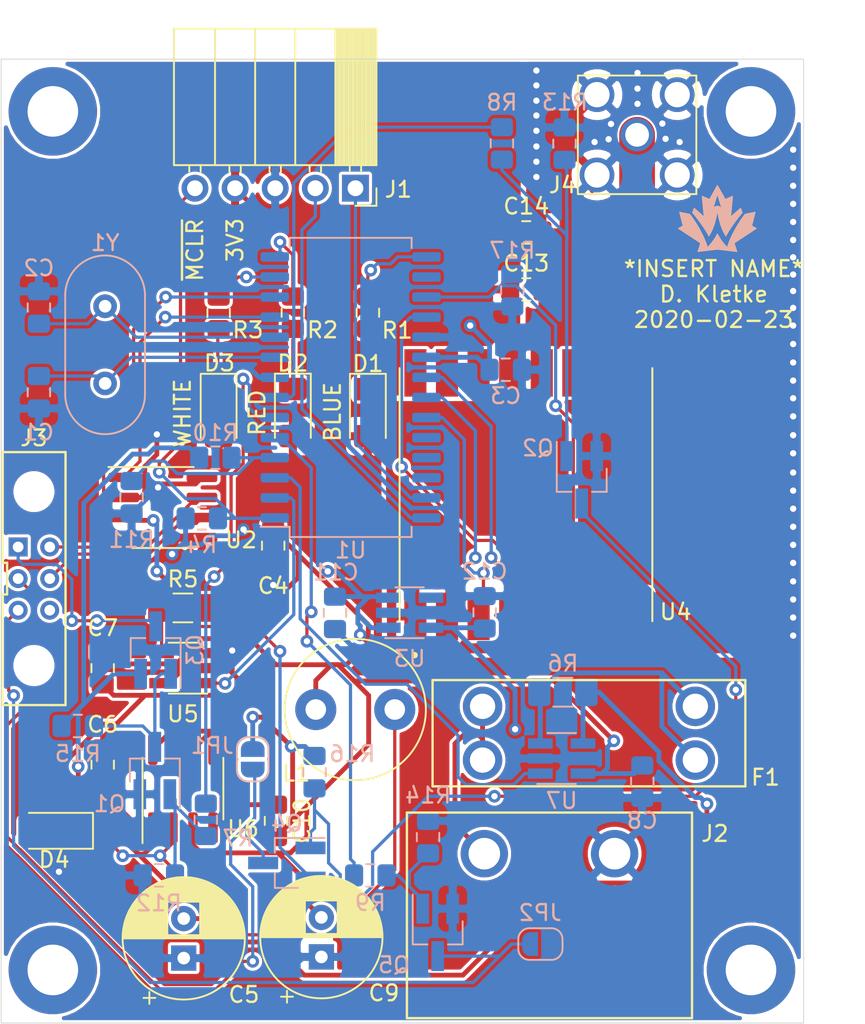
<source format=kicad_pcb>
(kicad_pcb (version 20171130) (host pcbnew "(5.1.2)-1")
  (layers (0 F.Cu signal) (31 B.Cu signal) (34 B.Paste user hide) (35 F.Paste user hide) (36 B.SilkS user) (37 F.SilkS user) (38 B.Mask user hide) (39 F.Mask user hide) (44 Edge.Cuts user))
  (net 0 "")
  (net 1 GND)
  (net 2 /OSC1)
  (net 3 /OSC2)
  (net 4 +3V3)
  (net 5 +5V)
  (net 6 +12V)
  (net 7 "Net-(D1-Pad1)")
  (net 8 "Net-(D2-Pad1)")
  (net 9 "Net-(D3-Pad1)")
  (net 10 "Net-(D4-Pad1)")
  (net 11 "Net-(F1-Pad2)")
  (net 12 "Net-(F1-Pad1)")
  (net 13 /~MCLR)
  (net 14 /ICSPDAT)
  (net 15 /ICSPCLK)
  (net 16 CANH)
  (net 17 CANL)
  (net 18 "Net-(J3-Pad3)")
  (net 19 "Net-(J3-Pad1)")
  (net 20 "Net-(J3-Pad2)")
  (net 21 "Net-(AE1-Pad1)")
  (net 22 "Net-(Q1-Pad3)")
  (net 23 "Net-(Q1-Pad1)")
  (net 24 "Net-(Q2-Pad3)")
  (net 25 "Net-(Q2-Pad1)")
  (net 26 /power/Sensed_5V)
  (net 27 "Net-(Q5-Pad1)")
  (net 28 "Net-(R1-Pad2)")
  (net 29 "Net-(R2-Pad2)")
  (net 30 "Net-(R3-Pad2)")
  (net 31 /power/BUS_EN_12V)
  (net 32 /power/BUS_EN_5V)
  (net 33 /power/BUS_EN_GND)
  (net 34 /power/BATT_VSENSE)
  (net 35 /radio/RESET)
  (net 36 "Net-(U1-Pad26)")
  (net 37 "Net-(U1-Pad25)")
  (net 38 "Net-(U1-Pad24)")
  (net 39 /radio/SDO)
  (net 40 /radio/SDI)
  (net 41 /radio/SCK)
  (net 42 /radio/~SS)
  (net 43 "Net-(U1-Pad16)")
  (net 44 /CAN_RX)
  (net 45 /CAN_TX)
  (net 46 /power/CURR_BATT)
  (net 47 /power/CURR_BUS)
  (net 48 "Net-(U3-Pad4)")
  (net 49 "Net-(U4-Pad7)")
  (net 50 "Net-(U4-Pad11)")
  (net 51 "Net-(U4-Pad12)")
  (net 52 "Net-(U4-Pad14)")
  (net 53 "Net-(U4-Pad15)")
  (net 54 "Net-(U4-Pad16)")
  (module "Team logo:Logo_SilkScreen_5mm" (layer B.Cu) (at 161.57702 72.3646 180)
    (fp_text reference G*** hide)
    (fp_text value LOGO hide)
  )
  (module "Team logo:Logo_SilkScreen_5mm" (layer F.Cu) (at 161.5694 72.3646)
    (fp_text reference G*** hide)
    (fp_text value LOGO hide)
  )
  (module Connector_PinSocket_2.54mm:PinSocket_1x05_P2.54mm_Horizontal (layer F.Cu) (at 138.6586 70.4596 270)
    (fp_text reference J1 (at 0.0762 -2.7178 180) (layer F.SilkS))
    (fp_text value "Programming Header")
    (pad 5 thru_hole oval (at 0 10.16 270) (size 1.7 1.7) (drill 1) (layers *.Cu *.Mask) (net 13 /~MCLR))
    (pad 4 thru_hole oval (at 0 7.62 270) (size 1.7 1.7) (drill 1) (layers *.Cu *.Mask) (net 4 +3V3))
    (pad 3 thru_hole oval (at 0 5.08 270) (size 1.7 1.7) (drill 1) (layers *.Cu *.Mask) (net 1 GND))
    (pad 2 thru_hole oval (at 0 2.54 270) (size 1.7 1.7) (drill 1) (layers *.Cu *.Mask) (net 14 /ICSPDAT))
    (pad 1 thru_hole rect (at 0 0 270) (size 1.7 1.7) (drill 1) (layers *.Cu *.Mask) (net 15 /ICSPCLK))
  )
  (module Capacitor_THT:CP_Radial_D7.5mm_P2.50mm (layer F.Cu) (at 127.7874 119.1514 90)
    (fp_text reference C5 (at -2.3114 3.81 180) (layer F.SilkS))
    (fp_text value 330u)
    (pad 2 thru_hole circle (at 2.5 0 90) (size 1.6 1.6) (drill 0.8) (layers *.Cu *.Mask) (net 6 +12V))
    (pad 1 thru_hole rect (at 0 0 90) (size 1.6 1.6) (drill 0.8) (layers *.Cu *.Mask) (net 1 GND))
  )
  (module Resistor_SMD:R_0805_2012Metric_Pad1.15x1.40mm_HandSolder (layer B.Cu) (at 136.0678 107.3912 270)
    (fp_text reference R16 (at -1.1594 -2.3876 180) (layer B.SilkS) (effects (justify mirror)))
    (fp_text value 10K)
    (pad 2 smd roundrect (at 1.025 0 270) (size 1.15 1.4) (layers B.Cu B.Paste B.Mask) (roundrect_rratio 0.217391) (net 24 "Net-(Q2-Pad3)"))
    (pad 1 smd roundrect (at -1.025 0 270) (size 1.15 1.4) (layers B.Cu B.Paste B.Mask) (roundrect_rratio 0.217391) (net 5 +5V))
  )
  (module Package_TO_SOT_SMD:SOT-23_Handsoldering (layer B.Cu) (at 134.3152 113.1316 180)
    (fp_text reference Q4 (at 0 2.5) (layer B.SilkS) (effects (justify mirror)))
    (fp_text value Q_PMOS_GSD)
    (pad 3 smd rect (at 1.5 0 180) (size 1.9 0.8) (layers B.Cu B.Paste B.Mask) (net 20 "Net-(J3-Pad2)"))
    (pad 2 smd rect (at -1.5 -0.95 180) (size 1.9 0.8) (layers B.Cu B.Paste B.Mask) (net 26 /power/Sensed_5V))
    (pad 1 smd rect (at -1.5 0.95 180) (size 1.9 0.8) (layers B.Cu B.Paste B.Mask) (net 24 "Net-(Q2-Pad3)"))
  )
  (module Jumper:SolderJumper-2_P1.3mm_Open_RoundedPad1.0x1.5mm (layer B.Cu) (at 132.1562 106.5784 270)
    (fp_text reference JP1 (at -0.8636 2.5654 180) (layer B.SilkS) (effects (justify mirror)))
    (fp_text value Jumper)
    (pad 2 smd custom (at 0.65 0 270) (size 1 0.5) (layers B.Cu B.Mask) (net 20 "Net-(J3-Pad2)") (options (clearance outline) (anchor rect)) (primitives (gr_circle (center 0 -0.25) (end 0.5 -0.25) (width 0)) (gr_circle (center 0 0.25) (end 0.5 0.25) (width 0)) (gr_poly (pts (xy 0 0.75) (xy -0.5 0.75) (xy -0.5 -0.75) (xy 0 -0.75)) (width 0))))
    (pad 1 smd custom (at -0.65 0 270) (size 1 0.5) (layers B.Cu B.Mask) (net 5 +5V) (options (clearance outline) (anchor rect)) (primitives (gr_circle (center 0 -0.25) (end 0.5 -0.25) (width 0)) (gr_circle (center 0 0.25) (end 0.5 0.25) (width 0)) (gr_poly (pts (xy 0 0.75) (xy 0.5 0.75) (xy 0.5 -0.75) (xy 0 -0.75)) (width 0))))
  )
  (module canhw_footprints:XCVR_RFM95W-915S2 (layer F.Cu) (at 149.4536 89.8398 90)
    (fp_text reference U4 (at -7.4168 9.4742 180) (layer F.SilkS))
    (fp_text value RFM95W)
    (pad 1 smd rect (at -7.7 -7 90) (size 3 1.4) (layers F.Cu F.Paste F.Mask) (net 1 GND))
    (pad 2 smd rect (at -7.7 -5 90) (size 3 1.4) (layers F.Cu F.Paste F.Mask) (net 40 /radio/SDI))
    (pad 3 smd rect (at -7.7 -3 90) (size 3 1.4) (layers F.Cu F.Paste F.Mask) (net 39 /radio/SDO))
    (pad 4 smd rect (at -7.7 -1 90) (size 3 1.4) (layers F.Cu F.Paste F.Mask) (net 41 /radio/SCK))
    (pad 5 smd rect (at -7.7 1 90) (size 3 1.4) (layers F.Cu F.Paste F.Mask) (net 42 /radio/~SS))
    (pad 6 smd rect (at -7.7 3 90) (size 3 1.4) (layers F.Cu F.Paste F.Mask) (net 35 /radio/RESET))
    (pad 7 smd rect (at -7.7 5 90) (size 3 1.4) (layers F.Cu F.Paste F.Mask) (net 49 "Net-(U4-Pad7)"))
    (pad 8 smd rect (at -7.7 7 90) (size 3 1.4) (layers F.Cu F.Paste F.Mask) (net 1 GND))
    (pad 9 smd rect (at 7.7 7 90) (size 3 1.4) (layers F.Cu F.Paste F.Mask) (net 21 "Net-(AE1-Pad1)"))
    (pad 10 smd rect (at 7.7 5 90) (size 3 1.4) (layers F.Cu F.Paste F.Mask) (net 1 GND))
    (pad 11 smd rect (at 7.7 3 90) (size 3 1.4) (layers F.Cu F.Paste F.Mask) (net 50 "Net-(U4-Pad11)"))
    (pad 12 smd rect (at 7.7 1 90) (size 3 1.4) (layers F.Cu F.Paste F.Mask) (net 51 "Net-(U4-Pad12)"))
    (pad 13 smd rect (at 7.7 -1 90) (size 3 1.4) (layers F.Cu F.Paste F.Mask) (net 4 +3V3))
    (pad 14 smd rect (at 7.7 -3 90) (size 3 1.4) (layers F.Cu F.Paste F.Mask) (net 52 "Net-(U4-Pad14)"))
    (pad 15 smd rect (at 7.7 -5 90) (size 3 1.4) (layers F.Cu F.Paste F.Mask) (net 53 "Net-(U4-Pad15)"))
    (pad 16 smd rect (at 7.7 -7 90) (size 3 1.4) (layers F.Cu F.Paste F.Mask) (net 54 "Net-(U4-Pad16)"))
  )
  (module Package_TO_SOT_SMD:SOT-23-5_HandSoldering (layer B.Cu) (at 142.0876 97.3074)
    (fp_text reference U3 (at 0 2.9) (layer B.SilkS) (effects (justify mirror)))
    (fp_text value AP2114H-3.3)
    (pad 5 smd rect (at 1.35 0.95) (size 1.56 0.65) (layers B.Cu B.Paste B.Mask) (net 4 +3V3))
    (pad 4 smd rect (at 1.35 -0.95) (size 1.56 0.65) (layers B.Cu B.Paste B.Mask) (net 48 "Net-(U3-Pad4)"))
    (pad 3 smd rect (at -1.35 -0.95) (size 1.56 0.65) (layers B.Cu B.Paste B.Mask) (net 5 +5V))
    (pad 2 smd rect (at -1.35 0) (size 1.56 0.65) (layers B.Cu B.Paste B.Mask) (net 1 GND))
    (pad 1 smd rect (at -1.35 0.95) (size 1.56 0.65) (layers B.Cu B.Paste B.Mask) (net 5 +5V))
  )
  (module Inductor_THT:L_Radial_D8.7mm_P5.00mm_Fastron_07HCP (layer F.Cu) (at 141.1478 103.4288 180)
    (fp_text reference L1 (at 6.2484 -4.0386) (layer F.SilkS))
    (fp_text value 47u)
    (pad 2 thru_hole circle (at 5 0 180) (size 2.6 2.6) (drill 1.3) (layers *.Cu *.Mask) (net 5 +5V))
    (pad 1 thru_hole circle (at 0 0 180) (size 2.6 2.6) (drill 1.3) (layers *.Cu *.Mask) (net 10 "Net-(D4-Pad1)"))
  )
  (module canhw_footprints:RF_connector_SMA_3-1478978-1 (layer F.Cu) (at 156.4894 67.0814)
    (fp_text reference J4 (at -4.7244 3.175) (layer F.SilkS))
    (fp_text value Conn_Coaxial)
    (pad 1 thru_hole circle (at 0 0) (size 2.1 2.1) (drill 1.5) (layers *.Cu *.Mask) (net 21 "Net-(AE1-Pad1)"))
    (pad 2 thru_hole circle (at -2.54 -2.54) (size 2.2 2.2) (drill 1.6) (layers *.Cu *.Mask) (net 1 GND))
    (pad 2 thru_hole circle (at 2.54 -2.54) (size 2.2 2.2) (drill 1.6) (layers *.Cu *.Mask) (net 1 GND))
    (pad 2 thru_hole circle (at 2.54 2.54) (size 2.2 2.2) (drill 1.6) (layers *.Cu *.Mask) (net 1 GND))
    (pad 2 thru_hole circle (at -2.54 2.54) (size 2.2 2.2) (drill 1.6) (layers *.Cu *.Mask) (net 1 GND))
  )
  (module MountingHole:MountingHole_3.2mm_M3_DIN965_Pad (layer F.Cu) (at 119.5 65.6)
    (fp_text reference REF** hide)
    (fp_text value MountingHole_3.2mm_M3_DIN965_Pad)
    (pad 1 thru_hole circle (at 0 0) (size 5.6 5.6) (drill 3.2) (layers *.Cu *.Mask))
  )
  (module MountingHole:MountingHole_3.2mm_M3_DIN965_Pad (layer F.Cu) (at 119.5 119.9)
    (fp_text reference REF** hide)
    (fp_text value MountingHole_3.2mm_M3_DIN965_Pad)
    (pad 1 thru_hole circle (at 0 0) (size 5.6 5.6) (drill 3.2) (layers *.Cu *.Mask))
  )
  (module MountingHole:MountingHole_3.2mm_M3_DIN965_Pad (layer F.Cu) (at 163.7 119.9)
    (fp_text reference REF** hide)
    (fp_text value MountingHole_3.2mm_M3_DIN965_Pad)
    (pad 1 thru_hole circle (at 0 0) (size 5.6 5.6) (drill 3.2) (layers *.Cu *.Mask))
  )
  (module MountingHole:MountingHole_3.2mm_M3_DIN965_Pad (layer F.Cu) (at 163.7 65.6)
    (fp_text reference REF** hide)
    (fp_text value MountingHole_3.2mm_M3_DIN965_Pad)
    (pad 1 thru_hole circle (at 0 0) (size 5.6 5.6) (drill 3.2) (layers *.Cu *.Mask))
  )
  (module Crystal:Crystal_HC49-U_Vertical (layer B.Cu) (at 122.809 82.804 90)
    (fp_text reference Y1 (at 8.89 0 180) (layer B.SilkS) (effects (justify mirror)))
    (fp_text value Crystal)
    (pad 2 thru_hole circle (at 4.88 0 90) (size 1.5 1.5) (drill 0.8) (layers *.Cu *.Mask) (net 3 /OSC2))
    (pad 1 thru_hole circle (at 0 0 90) (size 1.5 1.5) (drill 0.8) (layers *.Cu *.Mask) (net 2 /OSC1))
  )
  (module Package_TO_SOT_SMD:SOT-23-5_HandSoldering (layer B.Cu) (at 151.7142 106.5276)
    (fp_text reference U7 (at 0 2.667) (layer B.SilkS) (effects (justify mirror)))
    (fp_text value INA180)
    (pad 5 smd rect (at 1.35 0.95) (size 1.56 0.65) (layers B.Cu B.Paste B.Mask) (net 5 +5V))
    (pad 4 smd rect (at 1.35 -0.95) (size 1.56 0.65) (layers B.Cu B.Paste B.Mask) (net 6 +12V))
    (pad 3 smd rect (at -1.35 -0.95) (size 1.56 0.65) (layers B.Cu B.Paste B.Mask) (net 12 "Net-(F1-Pad1)"))
    (pad 2 smd rect (at -1.35 0) (size 1.56 0.65) (layers B.Cu B.Paste B.Mask) (net 1 GND))
    (pad 1 smd rect (at -1.35 0.95) (size 1.56 0.65) (layers B.Cu B.Paste B.Mask) (net 46 /power/CURR_BATT))
  )
  (module Package_SO:SOIC-8_3.9x4.9mm_P1.27mm (layer F.Cu) (at 127.7366 108.4326 90)
    (fp_text reference U6 (at -2.54 3.81 180) (layer F.SilkS))
    (fp_text value AP1509)
    (pad 8 smd roundrect (at 2.475 -1.905 90) (size 1.95 0.6) (layers F.Cu F.Paste F.Mask) (net 1 GND))
    (pad 7 smd roundrect (at 2.475 -0.635 90) (size 1.95 0.6) (layers F.Cu F.Paste F.Mask) (net 1 GND))
    (pad 6 smd roundrect (at 2.475 0.635 90) (size 1.95 0.6) (layers F.Cu F.Paste F.Mask) (net 1 GND))
    (pad 5 smd roundrect (at 2.475 1.905 90) (size 1.95 0.6) (layers F.Cu F.Paste F.Mask) (net 1 GND))
    (pad 4 smd roundrect (at -2.475 1.905 90) (size 1.95 0.6) (layers F.Cu F.Paste F.Mask) (net 1 GND))
    (pad 3 smd roundrect (at -2.475 0.635 90) (size 1.95 0.6) (layers F.Cu F.Paste F.Mask) (net 5 +5V))
    (pad 2 smd roundrect (at -2.475 -0.635 90) (size 1.95 0.6) (layers F.Cu F.Paste F.Mask) (net 10 "Net-(D4-Pad1)"))
    (pad 1 smd roundrect (at -2.475 -1.905 90) (size 1.95 0.6) (layers F.Cu F.Paste F.Mask) (net 6 +12V))
  )
  (module Package_TO_SOT_SMD:SOT-23-5_HandSoldering (layer F.Cu) (at 127.7366 100.8126 180)
    (fp_text reference U5 (at 0 -2.9) (layer F.SilkS))
    (fp_text value INA180)
    (pad 5 smd rect (at 1.35 -0.95 180) (size 1.56 0.65) (layers F.Cu F.Paste F.Mask) (net 5 +5V))
    (pad 4 smd rect (at 1.35 0.95 180) (size 1.56 0.65) (layers F.Cu F.Paste F.Mask) (net 26 /power/Sensed_5V))
    (pad 3 smd rect (at -1.35 0.95 180) (size 1.56 0.65) (layers F.Cu F.Paste F.Mask) (net 5 +5V))
    (pad 2 smd rect (at -1.35 0 180) (size 1.56 0.65) (layers F.Cu F.Paste F.Mask) (net 1 GND))
    (pad 1 smd rect (at -1.35 -0.95 180) (size 1.56 0.65) (layers F.Cu F.Paste F.Mask) (net 47 /power/CURR_BUS))
  )
  (module Package_SO:SOIC-8_3.9x4.9mm_P1.27mm (layer F.Cu) (at 126.4666 90.6526)
    (fp_text reference U2 (at 4.953 2.0574) (layer F.SilkS))
    (fp_text value MCP2562)
    (pad 8 smd roundrect (at 2.475 -1.905) (size 1.95 0.6) (layers F.Cu F.Paste F.Mask) (net 1 GND))
    (pad 7 smd roundrect (at 2.475 -0.635) (size 1.95 0.6) (layers F.Cu F.Paste F.Mask) (net 16 CANH))
    (pad 6 smd roundrect (at 2.475 0.635) (size 1.95 0.6) (layers F.Cu F.Paste F.Mask) (net 17 CANL))
    (pad 5 smd roundrect (at 2.475 1.905) (size 1.95 0.6) (layers F.Cu F.Paste F.Mask) (net 4 +3V3))
    (pad 4 smd roundrect (at -2.475 1.905) (size 1.95 0.6) (layers F.Cu F.Paste F.Mask) (net 44 /CAN_RX))
    (pad 3 smd roundrect (at -2.475 0.635) (size 1.95 0.6) (layers F.Cu F.Paste F.Mask) (net 5 +5V))
    (pad 2 smd roundrect (at -2.475 -0.635) (size 1.95 0.6) (layers F.Cu F.Paste F.Mask) (net 1 GND))
    (pad 1 smd roundrect (at -2.475 -1.905) (size 1.95 0.6) (layers F.Cu F.Paste F.Mask) (net 45 /CAN_TX))
  )
  (module Package_SO:SOIC-28W_7.5x18.7mm_P1.27mm (layer B.Cu) (at 138.3538 83.058)
    (fp_text reference U1 (at 0 10.3) (layer B.SilkS) (effects (justify mirror)))
    (fp_text value PIC18F26K83)
    (pad 28 smd roundrect (at 4.8 8.255) (size 1.8 0.6) (layers B.Cu B.Paste B.Mask) (net 14 /ICSPDAT))
    (pad 27 smd roundrect (at 4.8 6.985) (size 1.8 0.6) (layers B.Cu B.Paste B.Mask) (net 15 /ICSPCLK))
    (pad 26 smd roundrect (at 4.8 5.715) (size 1.8 0.6) (layers B.Cu B.Paste B.Mask) (net 36 "Net-(U1-Pad26)"))
    (pad 25 smd roundrect (at 4.8 4.445) (size 1.8 0.6) (layers B.Cu B.Paste B.Mask) (net 37 "Net-(U1-Pad25)"))
    (pad 24 smd roundrect (at 4.8 3.175) (size 1.8 0.6) (layers B.Cu B.Paste B.Mask) (net 38 "Net-(U1-Pad24)"))
    (pad 23 smd roundrect (at 4.8 1.905) (size 1.8 0.6) (layers B.Cu B.Paste B.Mask) (net 39 /radio/SDO))
    (pad 22 smd roundrect (at 4.8 0.635) (size 1.8 0.6) (layers B.Cu B.Paste B.Mask) (net 40 /radio/SDI))
    (pad 21 smd roundrect (at 4.8 -0.635) (size 1.8 0.6) (layers B.Cu B.Paste B.Mask) (net 41 /radio/SCK))
    (pad 20 smd roundrect (at 4.8 -1.905) (size 1.8 0.6) (layers B.Cu B.Paste B.Mask) (net 4 +3V3))
    (pad 19 smd roundrect (at 4.8 -3.175) (size 1.8 0.6) (layers B.Cu B.Paste B.Mask) (net 1 GND))
    (pad 18 smd roundrect (at 4.8 -4.445) (size 1.8 0.6) (layers B.Cu B.Paste B.Mask) (net 42 /radio/~SS))
    (pad 17 smd roundrect (at 4.8 -5.715) (size 1.8 0.6) (layers B.Cu B.Paste B.Mask) (net 35 /radio/RESET))
    (pad 16 smd roundrect (at 4.8 -6.985) (size 1.8 0.6) (layers B.Cu B.Paste B.Mask) (net 43 "Net-(U1-Pad16)"))
    (pad 15 smd roundrect (at 4.8 -8.255) (size 1.8 0.6) (layers B.Cu B.Paste B.Mask) (net 28 "Net-(R1-Pad2)"))
    (pad 14 smd roundrect (at -4.8 -8.255) (size 1.8 0.6) (layers B.Cu B.Paste B.Mask) (net 29 "Net-(R2-Pad2)"))
    (pad 13 smd roundrect (at -4.8 -6.985) (size 1.8 0.6) (layers B.Cu B.Paste B.Mask) (net 30 "Net-(R3-Pad2)"))
    (pad 12 smd roundrect (at -4.8 -5.715) (size 1.8 0.6) (layers B.Cu B.Paste B.Mask) (net 44 /CAN_RX))
    (pad 11 smd roundrect (at -4.8 -4.445) (size 1.8 0.6) (layers B.Cu B.Paste B.Mask) (net 45 /CAN_TX))
    (pad 10 smd roundrect (at -4.8 -3.175) (size 1.8 0.6) (layers B.Cu B.Paste B.Mask) (net 3 /OSC2))
    (pad 9 smd roundrect (at -4.8 -1.905) (size 1.8 0.6) (layers B.Cu B.Paste B.Mask) (net 2 /OSC1))
    (pad 8 smd roundrect (at -4.8 -0.635) (size 1.8 0.6) (layers B.Cu B.Paste B.Mask) (net 1 GND))
    (pad 7 smd roundrect (at -4.8 0.635) (size 1.8 0.6) (layers B.Cu B.Paste B.Mask) (net 32 /power/BUS_EN_5V))
    (pad 6 smd roundrect (at -4.8 1.905) (size 1.8 0.6) (layers B.Cu B.Paste B.Mask) (net 31 /power/BUS_EN_12V))
    (pad 5 smd roundrect (at -4.8 3.175) (size 1.8 0.6) (layers B.Cu B.Paste B.Mask) (net 33 /power/BUS_EN_GND))
    (pad 4 smd roundrect (at -4.8 4.445) (size 1.8 0.6) (layers B.Cu B.Paste B.Mask) (net 34 /power/BATT_VSENSE))
    (pad 3 smd roundrect (at -4.8 5.715) (size 1.8 0.6) (layers B.Cu B.Paste B.Mask) (net 46 /power/CURR_BATT))
    (pad 2 smd roundrect (at -4.8 6.985) (size 1.8 0.6) (layers B.Cu B.Paste B.Mask) (net 47 /power/CURR_BUS))
    (pad 1 smd roundrect (at -4.8 8.255) (size 1.8 0.6) (layers B.Cu B.Paste B.Mask) (net 13 /~MCLR))
  )
  (module Resistor_SMD:R_0805_2012Metric_Pad1.15x1.40mm_HandSolder (layer B.Cu) (at 148.59 76.9112 270)
    (fp_text reference R17 (at -2.5146 0 180) (layer B.SilkS) (effects (justify mirror)))
    (fp_text value 10k)
    (pad 2 smd roundrect (at 1.025 0 270) (size 1.15 1.4) (layers B.Cu B.Paste B.Mask) (roundrect_rratio 0.217391) (net 1 GND))
    (pad 1 smd roundrect (at -1.025 0 270) (size 1.15 1.4) (layers B.Cu B.Paste B.Mask) (roundrect_rratio 0.217391) (net 35 /radio/RESET))
  )
  (module Resistor_SMD:R_0805_2012Metric_Pad1.15x1.40mm_HandSolder (layer B.Cu) (at 121.0818 104.4702)
    (fp_text reference R15 (at 0 1.7526) (layer B.SilkS) (effects (justify mirror)))
    (fp_text value 10K)
    (pad 2 smd roundrect (at 1.025 0) (size 1.15 1.4) (layers B.Cu B.Paste B.Mask) (roundrect_rratio 0.217391) (net 22 "Net-(Q1-Pad3)"))
    (pad 1 smd roundrect (at -1.025 0) (size 1.15 1.4) (layers B.Cu B.Paste B.Mask) (roundrect_rratio 0.217391) (net 6 +12V))
  )
  (module Resistor_SMD:R_0805_2012Metric_Pad1.15x1.40mm_HandSolder (layer B.Cu) (at 143.256 111.497 90)
    (fp_text reference R14 (at 2.6416 0 180) (layer B.SilkS) (effects (justify mirror)))
    (fp_text value 10K)
    (pad 2 smd roundrect (at 1.025 0 90) (size 1.15 1.4) (layers B.Cu B.Paste B.Mask) (roundrect_rratio 0.217391) (net 1 GND))
    (pad 1 smd roundrect (at -1.025 0 90) (size 1.15 1.4) (layers B.Cu B.Paste B.Mask) (roundrect_rratio 0.217391) (net 27 "Net-(Q5-Pad1)"))
  )
  (module Resistor_SMD:R_0805_2012Metric_Pad1.15x1.40mm_HandSolder (layer B.Cu) (at 151.892 67.6402 90)
    (fp_text reference R13 (at 2.6162 0.0254 180) (layer B.SilkS) (effects (justify mirror)))
    (fp_text value 10K)
    (pad 2 smd roundrect (at 1.025 0 90) (size 1.15 1.4) (layers B.Cu B.Paste B.Mask) (roundrect_rratio 0.217391) (net 1 GND))
    (pad 1 smd roundrect (at -1.025 0 90) (size 1.15 1.4) (layers B.Cu B.Paste B.Mask) (roundrect_rratio 0.217391) (net 25 "Net-(Q2-Pad1)"))
  )
  (module Resistor_SMD:R_0805_2012Metric_Pad1.15x1.40mm_HandSolder (layer B.Cu) (at 126.2126 113.919 180)
    (fp_text reference R12 (at 0 -1.7526) (layer B.SilkS) (effects (justify mirror)))
    (fp_text value 10K)
    (pad 2 smd roundrect (at 1.025 0 180) (size 1.15 1.4) (layers B.Cu B.Paste B.Mask) (roundrect_rratio 0.217391) (net 1 GND))
    (pad 1 smd roundrect (at -1.025 0 180) (size 1.15 1.4) (layers B.Cu B.Paste B.Mask) (roundrect_rratio 0.217391) (net 23 "Net-(Q1-Pad1)"))
  )
  (module Resistor_SMD:R_0805_2012Metric_Pad1.15x1.40mm_HandSolder (layer B.Cu) (at 124.4854 90.0012 270)
    (fp_text reference R11 (at 2.6834 0 180) (layer B.SilkS) (effects (justify mirror)))
    (fp_text value R)
    (pad 2 smd roundrect (at 1.025 0 270) (size 1.15 1.4) (layers B.Cu B.Paste B.Mask) (roundrect_rratio 0.217391) (net 1 GND))
    (pad 1 smd roundrect (at -1.025 0 270) (size 1.15 1.4) (layers B.Cu B.Paste B.Mask) (roundrect_rratio 0.217391) (net 34 /power/BATT_VSENSE))
  )
  (module Resistor_SMD:R_0805_2012Metric_Pad1.15x1.40mm_HandSolder (layer B.Cu) (at 129.794 87.503)
    (fp_text reference R10 (at 0 -1.5748) (layer B.SilkS) (effects (justify mirror)))
    (fp_text value R)
    (pad 2 smd roundrect (at 1.025 0) (size 1.15 1.4) (layers B.Cu B.Paste B.Mask) (roundrect_rratio 0.217391) (net 34 /power/BATT_VSENSE))
    (pad 1 smd roundrect (at -1.025 0) (size 1.15 1.4) (layers B.Cu B.Paste B.Mask) (roundrect_rratio 0.217391) (net 6 +12V))
  )
  (module Resistor_SMD:R_0805_2012Metric_Pad1.15x1.40mm_HandSolder (layer B.Cu) (at 139.5984 113.919 180)
    (fp_text reference R9 (at 0 -1.7272) (layer B.SilkS) (effects (justify mirror)))
    (fp_text value 220)
    (pad 2 smd roundrect (at 1.025 0 180) (size 1.15 1.4) (layers B.Cu B.Paste B.Mask) (roundrect_rratio 0.217391) (net 33 /power/BUS_EN_GND))
    (pad 1 smd roundrect (at -1.025 0 180) (size 1.15 1.4) (layers B.Cu B.Paste B.Mask) (roundrect_rratio 0.217391) (net 27 "Net-(Q5-Pad1)"))
  )
  (module Resistor_SMD:R_0805_2012Metric_Pad1.15x1.40mm_HandSolder (layer B.Cu) (at 147.9296 67.6238 90)
    (fp_text reference R8 (at 2.5908 0 180) (layer B.SilkS) (effects (justify mirror)))
    (fp_text value 220)
    (pad 2 smd roundrect (at 1.025 0 90) (size 1.15 1.4) (layers B.Cu B.Paste B.Mask) (roundrect_rratio 0.217391) (net 32 /power/BUS_EN_5V))
    (pad 1 smd roundrect (at -1.025 0 90) (size 1.15 1.4) (layers B.Cu B.Paste B.Mask) (roundrect_rratio 0.217391) (net 25 "Net-(Q2-Pad1)"))
  )
  (module Resistor_SMD:R_0805_2012Metric_Pad1.15x1.40mm_HandSolder (layer B.Cu) (at 129.1844 110.4048 90)
    (fp_text reference R7 (at -1.1684 2.032 180) (layer B.SilkS) (effects (justify mirror)))
    (fp_text value 220)
    (pad 1 smd roundrect (at -1.025 0 90) (size 1.15 1.4) (layers B.Cu B.Paste B.Mask) (roundrect_rratio 0.217391) (net 23 "Net-(Q1-Pad1)"))
    (pad 2 smd roundrect (at 1.025 0 90) (size 1.15 1.4) (layers B.Cu B.Paste B.Mask) (roundrect_rratio 0.217391) (net 31 /power/BUS_EN_12V))
  )
  (module Resistor_SMD:R_1206_3216Metric_Pad1.42x1.75mm_HandSolder (layer B.Cu) (at 151.7904 102.3366 180)
    (fp_text reference R6 (at 0 1.82) (layer B.SilkS) (effects (justify mirror)))
    (fp_text value R_sense)
    (pad 2 smd roundrect (at 1.4875 0 180) (size 1.425 1.75) (layers B.Cu B.Paste B.Mask) (roundrect_rratio 0.175439) (net 12 "Net-(F1-Pad1)"))
    (pad 1 smd roundrect (at -1.4875 0 180) (size 1.425 1.75) (layers B.Cu B.Paste B.Mask) (roundrect_rratio 0.175439) (net 6 +12V))
  )
  (module Resistor_SMD:R_1206_3216Metric_Pad1.42x1.75mm_HandSolder (layer F.Cu) (at 127.7366 97.0026)
    (fp_text reference R5 (at 0 -1.82) (layer F.SilkS))
    (fp_text value R_sense)
    (pad 2 smd roundrect (at 1.4875 0) (size 1.425 1.75) (layers F.Cu F.Paste F.Mask) (roundrect_rratio 0.175439) (net 5 +5V))
    (pad 1 smd roundrect (at -1.4875 0) (size 1.425 1.75) (layers F.Cu F.Paste F.Mask) (roundrect_rratio 0.175439) (net 26 /power/Sensed_5V))
  )
  (module Resistor_SMD:R_0805_2012Metric_Pad1.15x1.40mm_HandSolder (layer B.Cu) (at 128.9304 91.3384 180)
    (fp_text reference R4 (at 0 -1.6764 180) (layer B.SilkS) (effects (justify mirror)))
    (fp_text value 10K)
    (pad 2 smd roundrect (at 1.025 0 180) (size 1.15 1.4) (layers B.Cu B.Paste B.Mask) (roundrect_rratio 0.217391) (net 4 +3V3))
    (pad 1 smd roundrect (at -1.025 0 180) (size 1.15 1.4) (layers B.Cu B.Paste B.Mask) (roundrect_rratio 0.217391) (net 13 /~MCLR))
  )
  (module Resistor_SMD:R_0805_2012Metric_Pad1.15x1.40mm_HandSolder (layer F.Cu) (at 129.9972 78.3426 90)
    (fp_text reference R3 (at -1.0832 1.8542 180) (layer F.SilkS))
    (fp_text value 130)
    (pad 2 smd roundrect (at 1.025 0 90) (size 1.15 1.4) (layers F.Cu F.Paste F.Mask) (roundrect_rratio 0.217391) (net 30 "Net-(R3-Pad2)"))
    (pad 1 smd roundrect (at -1.025 0 90) (size 1.15 1.4) (layers F.Cu F.Paste F.Mask) (roundrect_rratio 0.217391) (net 9 "Net-(D3-Pad1)"))
  )
  (module Resistor_SMD:R_0805_2012Metric_Pad1.15x1.40mm_HandSolder (layer F.Cu) (at 134.6962 78.3336 90)
    (fp_text reference R2 (at -1.0922 1.8796 180) (layer F.SilkS))
    (fp_text value 130)
    (pad 2 smd roundrect (at 1.025 0 90) (size 1.15 1.4) (layers F.Cu F.Paste F.Mask) (roundrect_rratio 0.217391) (net 29 "Net-(R2-Pad2)"))
    (pad 1 smd roundrect (at -1.025 0 90) (size 1.15 1.4) (layers F.Cu F.Paste F.Mask) (roundrect_rratio 0.217391) (net 8 "Net-(D2-Pad1)"))
  )
  (module Resistor_SMD:R_0805_2012Metric_Pad1.15x1.40mm_HandSolder (layer F.Cu) (at 139.446 78.3336 90)
    (fp_text reference R1 (at -1.1176 1.8542 180) (layer F.SilkS))
    (fp_text value 130)
    (pad 2 smd roundrect (at 1.025 0 90) (size 1.15 1.4) (layers F.Cu F.Paste F.Mask) (roundrect_rratio 0.217391) (net 28 "Net-(R1-Pad2)"))
    (pad 1 smd roundrect (at -1.025 0 90) (size 1.15 1.4) (layers F.Cu F.Paste F.Mask) (roundrect_rratio 0.217391) (net 7 "Net-(D1-Pad1)"))
  )
  (module Package_TO_SOT_SMD:SOT-23_Handsoldering (layer B.Cu) (at 143.8656 117.5258 270)
    (fp_text reference Q5 (at 2.0574 2.7686 180) (layer B.SilkS) (effects (justify mirror)))
    (fp_text value Q_NMOS_GSD)
    (pad 3 smd rect (at 1.5 0 270) (size 1.9 0.8) (layers B.Cu B.Paste B.Mask) (net 18 "Net-(J3-Pad3)"))
    (pad 2 smd rect (at -1.5 -0.95 270) (size 1.9 0.8) (layers B.Cu B.Paste B.Mask) (net 1 GND))
    (pad 1 smd rect (at -1.5 0.95 270) (size 1.9 0.8) (layers B.Cu B.Paste B.Mask) (net 27 "Net-(Q5-Pad1)"))
  )
  (module Package_TO_SOT_SMD:SOT-23_Handsoldering (layer B.Cu) (at 126.0094 99.6696 90)
    (fp_text reference Q3 (at 0 2.5 90) (layer B.SilkS) (effects (justify mirror)))
    (fp_text value Q_PMOS_GSD)
    (pad 3 smd rect (at 1.5 0 90) (size 1.9 0.8) (layers B.Cu B.Paste B.Mask) (net 19 "Net-(J3-Pad1)"))
    (pad 2 smd rect (at -1.5 -0.95 90) (size 1.9 0.8) (layers B.Cu B.Paste B.Mask) (net 6 +12V))
    (pad 1 smd rect (at -1.5 0.95 90) (size 1.9 0.8) (layers B.Cu B.Paste B.Mask) (net 22 "Net-(Q1-Pad3)"))
  )
  (module Package_TO_SOT_SMD:SOT-23_Handsoldering (layer B.Cu) (at 152.9842 88.9 270)
    (fp_text reference Q2 (at -2.0066 2.7686 180) (layer B.SilkS) (effects (justify mirror)))
    (fp_text value Q_NMOS_GSD)
    (pad 3 smd rect (at 1.5 0 270) (size 1.9 0.8) (layers B.Cu B.Paste B.Mask) (net 24 "Net-(Q2-Pad3)"))
    (pad 2 smd rect (at -1.5 -0.95 270) (size 1.9 0.8) (layers B.Cu B.Paste B.Mask) (net 1 GND))
    (pad 1 smd rect (at -1.5 0.95 270) (size 1.9 0.8) (layers B.Cu B.Paste B.Mask) (net 25 "Net-(Q2-Pad1)"))
  )
  (module Package_TO_SOT_SMD:SOT-23_Handsoldering (layer B.Cu) (at 125.9586 107.2896 90)
    (fp_text reference Q1 (at -2.1082 -2.8702 180) (layer B.SilkS) (effects (justify mirror)))
    (fp_text value Q_NMOS_GSD)
    (pad 3 smd rect (at 1.5 0 90) (size 1.9 0.8) (layers B.Cu B.Paste B.Mask) (net 22 "Net-(Q1-Pad3)"))
    (pad 2 smd rect (at -1.5 -0.95 90) (size 1.9 0.8) (layers B.Cu B.Paste B.Mask) (net 1 GND))
    (pad 1 smd rect (at -1.5 0.95 90) (size 1.9 0.8) (layers B.Cu B.Paste B.Mask) (net 23 "Net-(Q1-Pad1)"))
  )
  (module Jumper:SolderJumper-2_P1.3mm_Open_RoundedPad1.0x1.5mm (layer B.Cu) (at 150.368 118.2624)
    (fp_text reference JP2 (at -0.015 -1.9812) (layer B.SilkS) (effects (justify mirror)))
    (fp_text value Jumper)
    (pad 2 smd custom (at 0.65 0) (size 1 0.5) (layers B.Cu B.Mask) (net 1 GND) (options (clearance outline) (anchor rect)) (primitives (gr_circle (center 0 -0.25) (end 0.5 -0.25) (width 0)) (gr_circle (center 0 0.25) (end 0.5 0.25) (width 0)) (gr_poly (pts (xy 0 0.75) (xy -0.5 0.75) (xy -0.5 -0.75) (xy 0 -0.75)) (width 0))))
    (pad 1 smd custom (at -0.65 0) (size 1 0.5) (layers B.Cu B.Mask) (net 18 "Net-(J3-Pad3)") (options (clearance outline) (anchor rect)) (primitives (gr_circle (center 0 -0.25) (end 0.5 -0.25) (width 0)) (gr_circle (center 0 0.25) (end 0.5 0.25) (width 0)) (gr_poly (pts (xy 0 0.75) (xy 0.5 0.75) (xy 0.5 -0.75) (xy 0 -0.75)) (width 0))))
  )
  (module canhw_footprints:connector_Harwin_M80-5000642 (layer F.Cu) (at 118.3038 95.1484 270)
    (fp_text reference J3 (at -8.89 0 180) (layer F.SilkS))
    (fp_text value BUS_CONN)
    (pad "" np_thru_hole circle (at -5.5 0 270) (size 2.2 2.2) (drill 2.2) (layers *.Cu *.Mask))
    (pad "" np_thru_hole circle (at 5.5 0 270) (size 2.2 2.2) (drill 2.2) (layers *.Cu *.Mask))
    (pad 4 thru_hole circle (at -2 -1 270) (size 1.2 1.2) (drill 0.68) (layers *.Cu *.Mask) (net 16 CANH))
    (pad 5 thru_hole circle (at 0 -1 270) (size 1.2 1.2) (drill 0.68) (layers *.Cu *.Mask) (net 17 CANL))
    (pad 6 thru_hole circle (at 2 -1 270) (size 1.2 1.2) (drill 0.68) (layers *.Cu *.Mask))
    (pad 3 thru_hole circle (at 2 1 270) (size 1.2 1.2) (drill 0.68) (layers *.Cu *.Mask) (net 18 "Net-(J3-Pad3)"))
    (pad 1 thru_hole rect (at -2 1 270) (size 1.2 1.2) (drill 0.68) (layers *.Cu *.Mask) (net 19 "Net-(J3-Pad1)"))
    (pad 2 thru_hole circle (at 0 1 270) (size 1.2 1.2) (drill 0.68) (layers *.Cu *.Mask) (net 20 "Net-(J3-Pad2)"))
  )
  (module canhw_footprints:BarrierBlock_ED2945-ND (layer F.Cu) (at 155.067 112.5474 180)
    (fp_text reference J2 (at -6.35 1.27) (layer F.SilkS))
    (fp_text value "Battery In")
    (pad 2 thru_hole circle (at 8.25 0 180) (size 3 3) (drill 2) (layers *.Cu *.Mask) (net 11 "Net-(F1-Pad2)"))
    (pad 1 thru_hole circle (at 0 0 180) (size 3 3) (drill 2) (layers *.Cu *.Mask) (net 1 GND))
  )
  (module canhw_footprints:Fuseholder_36-3557-15-ND (layer F.Cu) (at 153.4414 104.9274)
    (fp_text reference F1 (at 11.176 2.794) (layer F.SilkS))
    (fp_text value Fuse)
    (pad 2 thru_hole circle (at -6.735 1.7) (size 2.5 2.5) (drill 1.6) (layers *.Cu *.Mask) (net 11 "Net-(F1-Pad2)"))
    (pad 2 thru_hole circle (at -6.735 -1.7) (size 2.5 2.5) (drill 1.6) (layers *.Cu *.Mask) (net 11 "Net-(F1-Pad2)"))
    (pad 1 thru_hole circle (at 6.735 -1.7) (size 2.5 2.5) (drill 1.6) (layers *.Cu *.Mask) (net 12 "Net-(F1-Pad1)"))
    (pad 1 thru_hole circle (at 6.735 1.7) (size 2.5 2.5) (drill 1.6) (layers *.Cu *.Mask) (net 12 "Net-(F1-Pad1)"))
  )
  (module Diode_SMD:D_1206_3216Metric_Pad1.42x1.75mm_HandSolder (layer F.Cu) (at 119.5832 111.0996 180)
    (fp_text reference D4 (at 0 -1.82) (layer F.SilkS))
    (fp_text value D_Zener)
    (pad 2 smd roundrect (at 1.4875 0 180) (size 1.425 1.75) (layers F.Cu F.Paste F.Mask) (roundrect_rratio 0.175439) (net 1 GND))
    (pad 1 smd roundrect (at -1.4875 0 180) (size 1.425 1.75) (layers F.Cu F.Paste F.Mask) (roundrect_rratio 0.175439) (net 10 "Net-(D4-Pad1)"))
  )
  (module LED_SMD:LED_1206_3216Metric_Pad1.42x1.75mm_HandSolder (layer F.Cu) (at 129.9972 84.6582 270)
    (fp_text reference D3 (at -3.1353 -0.0508) (layer F.SilkS))
    (fp_text value LED)
    (pad 2 smd roundrect (at 1.4875 0 270) (size 1.425 1.75) (layers F.Cu F.Paste F.Mask) (roundrect_rratio 0.175439) (net 4 +3V3))
    (pad 1 smd roundrect (at -1.4875 0 270) (size 1.425 1.75) (layers F.Cu F.Paste F.Mask) (roundrect_rratio 0.175439) (net 9 "Net-(D3-Pad1)"))
  )
  (module LED_SMD:LED_1206_3216Metric_Pad1.42x1.75mm_HandSolder (layer F.Cu) (at 134.6962 84.6471 270)
    (fp_text reference D2 (at -3.1131 0 180) (layer F.SilkS))
    (fp_text value LED)
    (pad 2 smd roundrect (at 1.4875 0 270) (size 1.425 1.75) (layers F.Cu F.Paste F.Mask) (roundrect_rratio 0.175439) (net 4 +3V3))
    (pad 1 smd roundrect (at -1.4875 0 270) (size 1.425 1.75) (layers F.Cu F.Paste F.Mask) (roundrect_rratio 0.175439) (net 8 "Net-(D2-Pad1)"))
  )
  (module LED_SMD:LED_1206_3216Metric_Pad1.42x1.75mm_HandSolder (layer F.Cu) (at 139.446 84.6582 270)
    (fp_text reference D1 (at -3.0988 0 180) (layer F.SilkS))
    (fp_text value LED)
    (pad 2 smd roundrect (at 1.4875 0 270) (size 1.425 1.75) (layers F.Cu F.Paste F.Mask) (roundrect_rratio 0.175439) (net 4 +3V3))
    (pad 1 smd roundrect (at -1.4875 0 270) (size 1.425 1.75) (layers F.Cu F.Paste F.Mask) (roundrect_rratio 0.175439) (net 7 "Net-(D1-Pad1)"))
  )
  (module Capacitor_SMD:C_0805_2012Metric_Pad1.15x1.40mm_HandSolder (layer F.Cu) (at 149.47 73.2536)
    (fp_text reference C14 (at 0 -1.65) (layer F.SilkS))
    (fp_text value 0.1u)
    (pad 2 smd roundrect (at 1.025 0) (size 1.15 1.4) (layers F.Cu F.Paste F.Mask) (roundrect_rratio 0.217391) (net 1 GND))
    (pad 1 smd roundrect (at -1.025 0) (size 1.15 1.4) (layers F.Cu F.Paste F.Mask) (roundrect_rratio 0.217391) (net 4 +3V3))
  )
  (module Capacitor_SMD:C_0805_2012Metric_Pad1.15x1.40mm_HandSolder (layer F.Cu) (at 149.479 76.8604)
    (fp_text reference C13 (at 0 -1.65) (layer F.SilkS))
    (fp_text value 100p)
    (pad 2 smd roundrect (at 1.025 0) (size 1.15 1.4) (layers F.Cu F.Paste F.Mask) (roundrect_rratio 0.217391) (net 1 GND))
    (pad 1 smd roundrect (at -1.025 0) (size 1.15 1.4) (layers F.Cu F.Paste F.Mask) (roundrect_rratio 0.217391) (net 4 +3V3))
  )
  (module Capacitor_SMD:C_0805_2012Metric_Pad1.15x1.40mm_HandSolder (layer B.Cu) (at 146.8374 97.282 270)
    (fp_text reference C12 (at -2.5908 0 180) (layer B.SilkS) (effects (justify mirror)))
    (fp_text value 4.7u)
    (pad 2 smd roundrect (at 1.025 0 270) (size 1.15 1.4) (layers B.Cu B.Paste B.Mask) (roundrect_rratio 0.217391) (net 4 +3V3))
    (pad 1 smd roundrect (at -1.025 0 270) (size 1.15 1.4) (layers B.Cu B.Paste B.Mask) (roundrect_rratio 0.217391) (net 1 GND))
  )
  (module Capacitor_SMD:C_0805_2012Metric_Pad1.15x1.40mm_HandSolder (layer B.Cu) (at 137.3632 97.3164 90)
    (fp_text reference C11 (at 2.5654 0.0508 180) (layer B.SilkS) (effects (justify mirror)))
    (fp_text value 4.7u)
    (pad 2 smd roundrect (at 1.025 0 90) (size 1.15 1.4) (layers B.Cu B.Paste B.Mask) (roundrect_rratio 0.217391) (net 5 +5V))
    (pad 1 smd roundrect (at -1.025 0 90) (size 1.15 1.4) (layers B.Cu B.Paste B.Mask) (roundrect_rratio 0.217391) (net 1 GND))
  )
  (module Capacitor_SMD:C_0805_2012Metric_Pad1.15x1.40mm_HandSolder (layer F.Cu) (at 133.6294 110.4736 270)
    (fp_text reference C10 (at 0 -1.65 90) (layer F.SilkS))
    (fp_text value 0.1u)
    (pad 2 smd roundrect (at 1.025 0 270) (size 1.15 1.4) (layers F.Cu F.Paste F.Mask) (roundrect_rratio 0.217391) (net 5 +5V))
    (pad 1 smd roundrect (at -1.025 0 270) (size 1.15 1.4) (layers F.Cu F.Paste F.Mask) (roundrect_rratio 0.217391) (net 1 GND))
  )
  (module Capacitor_THT:CP_Radial_D7.5mm_P2.50mm (layer F.Cu) (at 136.4996 119.0752 90)
    (fp_text reference C9 (at -2.286 3.9624 180) (layer F.SilkS))
    (fp_text value 1000u)
    (pad 2 thru_hole circle (at 2.5 0 90) (size 1.6 1.6) (drill 0.8) (layers *.Cu *.Mask) (net 5 +5V))
    (pad 1 thru_hole rect (at 0 0 90) (size 1.6 1.6) (drill 0.8) (layers *.Cu *.Mask) (net 1 GND))
  )
  (module Capacitor_SMD:C_0805_2012Metric_Pad1.15x1.40mm_HandSolder (layer B.Cu) (at 156.8196 107.9918 90)
    (fp_text reference C8 (at -2.4638 0 180) (layer B.SilkS) (effects (justify mirror)))
    (fp_text value 0.1u)
    (pad 2 smd roundrect (at 1.025 0 90) (size 1.15 1.4) (layers B.Cu B.Paste B.Mask) (roundrect_rratio 0.217391) (net 5 +5V))
    (pad 1 smd roundrect (at -1.025 0 90) (size 1.15 1.4) (layers B.Cu B.Paste B.Mask) (roundrect_rratio 0.217391) (net 1 GND))
  )
  (module Capacitor_SMD:C_0805_2012Metric_Pad1.15x1.40mm_HandSolder (layer F.Cu) (at 122.6566 100.8126 90)
    (fp_text reference C7 (at 2.54 0 180) (layer F.SilkS))
    (fp_text value 0.1u)
    (pad 2 smd roundrect (at 1.025 0 90) (size 1.15 1.4) (layers F.Cu F.Paste F.Mask) (roundrect_rratio 0.217391) (net 5 +5V))
    (pad 1 smd roundrect (at -1.025 0 90) (size 1.15 1.4) (layers F.Cu F.Paste F.Mask) (roundrect_rratio 0.217391) (net 1 GND))
  )
  (module Capacitor_SMD:C_0805_2012Metric_Pad1.15x1.40mm_HandSolder (layer F.Cu) (at 122.6566 106.9176 270)
    (fp_text reference C6 (at -2.54 0 180) (layer F.SilkS))
    (fp_text value 0.1u)
    (pad 2 smd roundrect (at 1.025 0 270) (size 1.15 1.4) (layers F.Cu F.Paste F.Mask) (roundrect_rratio 0.217391) (net 6 +12V))
    (pad 1 smd roundrect (at -1.025 0 270) (size 1.15 1.4) (layers F.Cu F.Paste F.Mask) (roundrect_rratio 0.217391) (net 1 GND))
  )
  (module Capacitor_SMD:C_0805_2012Metric_Pad1.15x1.40mm_HandSolder (layer F.Cu) (at 133.4516 93.0656 270)
    (fp_text reference C4 (at 2.54 0 180) (layer F.SilkS))
    (fp_text value 10u)
    (pad 2 smd roundrect (at 1.025 0 270) (size 1.15 1.4) (layers F.Cu F.Paste F.Mask) (roundrect_rratio 0.217391) (net 1 GND))
    (pad 1 smd roundrect (at -1.025 0 270) (size 1.15 1.4) (layers F.Cu F.Paste F.Mask) (roundrect_rratio 0.217391) (net 5 +5V))
  )
  (module Capacitor_SMD:C_0805_2012Metric_Pad1.15x1.40mm_HandSolder (layer B.Cu) (at 148.1746 81.9404)
    (fp_text reference C3 (at 0 1.65) (layer B.SilkS) (effects (justify mirror)))
    (fp_text value 0.1u)
    (pad 2 smd roundrect (at 1.025 0) (size 1.15 1.4) (layers B.Cu B.Paste B.Mask) (roundrect_rratio 0.217391) (net 1 GND))
    (pad 1 smd roundrect (at -1.025 0) (size 1.15 1.4) (layers B.Cu B.Paste B.Mask) (roundrect_rratio 0.217391) (net 4 +3V3))
  )
  (module Capacitor_SMD:C_0805_2012Metric_Pad1.15x1.40mm_HandSolder (layer B.Cu) (at 118.618 78.0034 90)
    (fp_text reference C2 (at 2.4892 0 180) (layer B.SilkS) (effects (justify mirror)))
    (fp_text value 26p)
    (pad 2 smd roundrect (at 1.025 0 90) (size 1.15 1.4) (layers B.Cu B.Paste B.Mask) (roundrect_rratio 0.217391) (net 1 GND))
    (pad 1 smd roundrect (at -1.025 0 90) (size 1.15 1.4) (layers B.Cu B.Paste B.Mask) (roundrect_rratio 0.217391) (net 3 /OSC2))
  )
  (module Capacitor_SMD:C_0805_2012Metric_Pad1.15x1.40mm_HandSolder (layer B.Cu) (at 118.618 83.3628 270)
    (fp_text reference C1 (at 2.54 0.0254 180) (layer B.SilkS) (effects (justify mirror)))
    (fp_text value 26p)
    (pad 2 smd roundrect (at 1.025 0 270) (size 1.15 1.4) (layers B.Cu B.Paste B.Mask) (roundrect_rratio 0.217391) (net 1 GND))
    (pad 1 smd roundrect (at -1.025 0 270) (size 1.15 1.4) (layers B.Cu B.Paste B.Mask) (roundrect_rratio 0.217391) (net 2 /OSC1))
  )
  (gr_text "*INSERT NAME*\nD. Kletke\n2020-02-23" (at 161.3408 77.1652) (layer F.SilkS) (effects (font (size 1 1))))
  (gr_text 3V3 (at 131.0386 73.7362 90) (layer F.SilkS) (effects (font (size 1 1))))
  (gr_text ~MCLR (at 128.4986 74.3712 90) (layer F.SilkS) (effects (font (size 1 1))))
  (gr_text BLUE (at 137.2108 84.6074 90) (layer F.SilkS) (effects (font (size 1 1))))
  (gr_text RED (at 132.4356 84.6582 90) (layer F.SilkS) (effects (font (size 1 1))))
  (gr_text WHITE (at 127.7112 84.6836 90) (layer F.SilkS) (effects (font (size 1 1))))
  (gr_line (start 116.2304 123.2535) (end 167.0304 123.2535) (layer Edge.Cuts) (width 0.05))
  (gr_line (start 116.2304 62.2935) (end 167.0304 62.2935) (layer Edge.Cuts) (width 0.05))
  (gr_line (start 167.0304 62.2935) (end 167.0304 123.2535) (layer Edge.Cuts) (width 0.05))
  (gr_line (start 116.2304 62.2935) (end 116.2304 123.2535) (layer Edge.Cuts) (width 0.05))
  (segment (start 141.8224 97.3074) (end 142.2146 97.6996) (width 0.3048) (layer B.Cu) (net 1))
  (segment (start 140.7376 97.3074) (end 141.8224 97.3074) (width 0.3048) (layer B.Cu) (net 1))
  (segment (start 141.521922 99.2124) (end 142.029922 99.7204) (width 0.3048) (layer B.Cu) (net 1))
  (segment (start 142.2146 98.519722) (end 141.521922 99.2124) (width 0.3048) (layer B.Cu) (net 1))
  (segment (start 142.2146 97.6996) (end 142.2146 98.519722) (width 0.3048) (layer B.Cu) (net 1))
  (segment (start 151.892 66.6152) (end 151.6216 66.6152) (width 0.3048) (layer B.Cu) (net 1))
  (segment (start 153.9342 73.557) (end 153.9342 73.2688) (width 0.3048) (layer B.Cu) (net 1))
  (via (at 126.1618 89.3826) (size 0.8) (drill 0.4) (layers F.Cu B.Cu) (net 1))
  (segment (start 126.1544 89.3752) (end 126.1618 89.3826) (width 0.3048) (layer B.Cu) (net 1))
  (segment (start 125.5268 90.0176) (end 123.9916 90.0176) (width 0.3048) (layer F.Cu) (net 1))
  (segment (start 126.1618 89.3826) (end 125.5268 90.0176) (width 0.3048) (layer F.Cu) (net 1))
  (segment (start 128.57089 89.11831) (end 128.9416 88.7476) (width 0.3048) (layer F.Cu) (net 1))
  (segment (start 128.526599 89.162601) (end 128.57089 89.11831) (width 0.3048) (layer F.Cu) (net 1))
  (segment (start 126.381799 89.162601) (end 128.526599 89.162601) (width 0.3048) (layer F.Cu) (net 1))
  (segment (start 126.1618 89.3826) (end 126.381799 89.162601) (width 0.3048) (layer F.Cu) (net 1))
  (segment (start 130.1714 100.8126) (end 129.0866 100.8126) (width 0.3048) (layer F.Cu) (net 1))
  (segment (start 130.551954 100.8126) (end 130.1714 100.8126) (width 0.3048) (layer F.Cu) (net 1))
  (segment (start 129.860601 102.530201) (end 131.156001 103.825601) (width 0.3048) (layer F.Cu) (net 1))
  (segment (start 122.6566 101.8376) (end 123.349201 102.530201) (width 0.3048) (layer F.Cu) (net 1))
  (segment (start 131.156001 104.443199) (end 131.156001 103.825601) (width 0.3048) (layer F.Cu) (net 1))
  (segment (start 131.156001 103.825601) (end 131.156001 101.416647) (width 0.3048) (layer F.Cu) (net 1))
  (segment (start 125.231599 102.642601) (end 125.231599 102.530201) (width 0.3048) (layer F.Cu) (net 1))
  (segment (start 122.6566 105.8926) (end 122.6566 105.2176) (width 0.3048) (layer F.Cu) (net 1))
  (segment (start 123.349201 102.530201) (end 125.231599 102.530201) (width 0.3048) (layer F.Cu) (net 1))
  (segment (start 125.231599 102.530201) (end 129.860601 102.530201) (width 0.3048) (layer F.Cu) (net 1))
  (via (at 119.888 113.6904) (size 0.8) (drill 0.4) (layers F.Cu B.Cu) (net 1))
  (segment (start 118.0957 111.8981) (end 118.0957 111.0996) (width 0.3048) (layer F.Cu) (net 1))
  (segment (start 125.0086 108.7896) (end 125.0086 110.0444) (width 0.3048) (layer B.Cu) (net 1))
  (segment (start 119.888 113.6904) (end 119.1768 112.9792) (width 0.3048) (layer F.Cu) (net 1))
  (segment (start 119.1768 112.9792) (end 118.0957 111.8981) (width 0.3048) (layer F.Cu) (net 1))
  (segment (start 122.6566 105.2176) (end 122.9033 104.9709) (width 0.3048) (layer F.Cu) (net 1))
  (segment (start 122.680646 104.3486) (end 123.5256 104.3486) (width 0.3048) (layer F.Cu) (net 1))
  (segment (start 119.1768 107.852446) (end 122.680646 104.3486) (width 0.3048) (layer F.Cu) (net 1))
  (segment (start 119.1768 112.9792) (end 119.1768 107.852446) (width 0.3048) (layer F.Cu) (net 1))
  (segment (start 122.9033 104.9709) (end 123.5256 104.3486) (width 0.3048) (layer F.Cu) (net 1))
  (segment (start 123.5256 104.3486) (end 125.231599 102.642601) (width 0.3048) (layer F.Cu) (net 1))
  (via (at 130.856622 99.699178) (size 0.8) (drill 0.4) (layers F.Cu B.Cu) (net 1))
  (segment (start 130.856622 101.117268) (end 131.011177 101.271823) (width 0.3048) (layer F.Cu) (net 1))
  (segment (start 130.856622 99.699178) (end 130.856622 101.117268) (width 0.3048) (layer F.Cu) (net 1))
  (segment (start 131.156001 101.416647) (end 131.011177 101.271823) (width 0.3048) (layer F.Cu) (net 1))
  (segment (start 131.011177 101.271823) (end 130.551954 100.8126) (width 0.3048) (layer F.Cu) (net 1))
  (via (at 133.4516 95.5548) (size 0.8) (drill 0.4) (layers F.Cu B.Cu) (net 1))
  (segment (start 133.4516 95.5548) (end 133.4516 94.0906) (width 0.3048) (layer F.Cu) (net 1))
  (segment (start 154.6606 69.596) (end 153.6446 70.612) (width 0.3048) (layer F.Cu) (net 1))
  (segment (start 130.2075 110.3417) (end 129.6416 110.9076) (width 0.3048) (layer F.Cu) (net 1))
  (segment (start 130.2075 105.3917) (end 129.6416 105.9576) (width 0.3048) (layer F.Cu) (net 1))
  (segment (start 129.5344 104.7948) (end 128.3716 105.9576) (width 0.3048) (layer F.Cu) (net 1))
  (segment (start 130.8044 104.7948) (end 129.5344 104.7948) (width 0.3048) (layer F.Cu) (net 1))
  (segment (start 130.8044 104.7948) (end 131.156001 104.443199) (width 0.3048) (layer F.Cu) (net 1))
  (segment (start 130.2075 105.3917) (end 130.8044 104.7948) (width 0.3048) (layer F.Cu) (net 1))
  (segment (start 128.2644 104.7948) (end 127.1016 105.9576) (width 0.3048) (layer F.Cu) (net 1))
  (segment (start 129.5344 104.7948) (end 128.2644 104.7948) (width 0.3048) (layer F.Cu) (net 1))
  (segment (start 126.9944 104.7948) (end 125.8316 105.9576) (width 0.3048) (layer F.Cu) (net 1))
  (segment (start 128.2644 104.7948) (end 126.9944 104.7948) (width 0.3048) (layer F.Cu) (net 1))
  (segment (start 137.3632 98.3414) (end 138.8946 99.8728) (width 0.3048) (layer B.Cu) (net 1))
  (segment (start 125.0086 108.7896) (end 125.0086 108.723922) (width 0.3048) (layer B.Cu) (net 1))
  (segment (start 135.3948 119.0752) (end 136.4996 119.0752) (width 0.3048) (layer B.Cu) (net 1))
  (segment (start 134.362999 120.107001) (end 135.3948 119.0752) (width 0.3048) (layer B.Cu) (net 1))
  (segment (start 129.847801 120.107001) (end 134.362999 120.107001) (width 0.3048) (layer B.Cu) (net 1))
  (segment (start 128.8922 119.1514) (end 129.847801 120.107001) (width 0.3048) (layer B.Cu) (net 1))
  (segment (start 127.7874 119.1514) (end 128.8922 119.1514) (width 0.3048) (layer B.Cu) (net 1))
  (segment (start 131.51 109.4486) (end 130.2075 108.1461) (width 0.3048) (layer F.Cu) (net 1))
  (segment (start 133.6294 109.4486) (end 131.51 109.4486) (width 0.3048) (layer F.Cu) (net 1))
  (segment (start 130.2075 105.3917) (end 130.2075 108.1461) (width 0.3048) (layer F.Cu) (net 1))
  (segment (start 130.2075 108.1461) (end 130.2075 110.3417) (width 0.3048) (layer F.Cu) (net 1))
  (segment (start 124.5182 91.0262) (end 126.1618 89.3826) (width 0.3048) (layer B.Cu) (net 1))
  (segment (start 124.4854 91.0262) (end 124.5182 91.0262) (width 0.3048) (layer B.Cu) (net 1))
  (segment (start 148.59 77.9362) (end 148.59 78.84642) (width 0.3048) (layer B.Cu) (net 1))
  (segment (start 156.0196 109.0168) (end 156.8196 109.0168) (width 0.3048) (layer B.Cu) (net 1))
  (segment (start 152.864078 109.0168) (end 156.0196 109.0168) (width 0.3048) (layer B.Cu) (net 1))
  (segment (start 151.931799 108.084521) (end 152.864078 109.0168) (width 0.3048) (layer B.Cu) (net 1))
  (segment (start 151.931799 107.010399) (end 151.931799 108.084521) (width 0.3048) (layer B.Cu) (net 1))
  (segment (start 151.449 106.5276) (end 151.931799 107.010399) (width 0.3048) (layer B.Cu) (net 1))
  (segment (start 150.3642 106.5276) (end 151.449 106.5276) (width 0.3048) (layer B.Cu) (net 1))
  (segment (start 156.4536 98.3398) (end 156.4536 97.5398) (width 0.3048) (layer F.Cu) (net 1))
  (segment (start 142.4536 97.5398) (end 142.4536 98.374122) (width 0.3048) (layer F.Cu) (net 1))
  (via (at 126.0856 86.0298) (size 0.8) (drill 0.4) (layers F.Cu B.Cu) (net 1))
  (segment (start 125.0666 90.0176) (end 123.9916 90.0176) (width 0.3048) (layer F.Cu) (net 1))
  (segment (start 125.31901 89.76519) (end 125.0666 90.0176) (width 0.3048) (layer F.Cu) (net 1))
  (segment (start 125.31901 88.062257) (end 125.31901 89.76519) (width 0.3048) (layer F.Cu) (net 1))
  (segment (start 126.0856 87.295667) (end 125.31901 88.062257) (width 0.3048) (layer F.Cu) (net 1))
  (segment (start 126.0856 86.0298) (end 126.0856 87.295667) (width 0.3048) (layer F.Cu) (net 1))
  (segment (start 137.6044 119.0752) (end 136.4996 119.0752) (width 0.3048) (layer B.Cu) (net 1))
  (segment (start 138.956201 117.723399) (end 137.6044 119.0752) (width 0.3048) (layer B.Cu) (net 1))
  (segment (start 145.242801 117.723399) (end 138.956201 117.723399) (width 0.3048) (layer B.Cu) (net 1))
  (segment (start 148.918801 114.047399) (end 145.242801 117.723399) (width 0.3048) (layer B.Cu) (net 1))
  (segment (start 153.567001 114.047399) (end 148.918801 114.047399) (width 0.3048) (layer B.Cu) (net 1))
  (segment (start 155.067 112.5474) (end 153.567001 114.047399) (width 0.3048) (layer B.Cu) (net 1))
  (via (at 150.114 65.8622) (size 0.8) (drill 0.4) (layers F.Cu B.Cu) (net 1))
  (via (at 150.114 64.9224) (size 0.8) (drill 0.4) (layers F.Cu B.Cu) (net 1))
  (via (at 150.114 63.9572) (size 0.8) (drill 0.4) (layers F.Cu B.Cu) (net 1))
  (via (at 150.114 63.0174) (size 0.8) (drill 0.4) (layers F.Cu B.Cu) (net 1))
  (via (at 150.114 66.8274) (size 0.8) (drill 0.4) (layers F.Cu B.Cu) (net 1))
  (via (at 150.114 67.818) (size 0.8) (drill 0.4) (layers F.Cu B.Cu) (net 1))
  (via (at 150.114 68.7832) (size 0.8) (drill 0.4) (layers F.Cu B.Cu) (net 1))
  (via (at 150.114 69.7484) (size 0.8) (drill 0.4) (layers F.Cu B.Cu) (net 1))
  (via (at 156.5148 65.1256) (size 0.8) (drill 0.4) (layers F.Cu B.Cu) (net 1))
  (via (at 156.5148 64.1604) (size 0.8) (drill 0.4) (layers F.Cu B.Cu) (net 1))
  (via (at 156.5148 63.1698) (size 0.8) (drill 0.4) (layers F.Cu B.Cu) (net 1))
  (via (at 154.686 67.3608) (size 0.8) (drill 0.4) (layers F.Cu B.Cu) (net 1))
  (via (at 154.8384 66.3956) (size 0.8) (drill 0.4) (layers F.Cu B.Cu) (net 1))
  (via (at 158.2928 67.3354) (size 0.8) (drill 0.4) (layers F.Cu B.Cu) (net 1))
  (via (at 158.0896 66.3702) (size 0.8) (drill 0.4) (layers F.Cu B.Cu) (net 1))
  (via (at 153.797 67.5386) (size 0.8) (drill 0.4) (layers F.Cu B.Cu) (net 1))
  (via (at 159.1818 67.5386) (size 0.8) (drill 0.4) (layers F.Cu B.Cu) (net 1))
  (via (at 166.37 74.8284) (size 0.8) (drill 0.4) (layers F.Cu B.Cu) (net 1))
  (via (at 166.37 75.9206) (size 0.8) (drill 0.4) (layers F.Cu B.Cu) (net 1))
  (via (at 166.37 76.962) (size 0.8) (drill 0.4) (layers F.Cu B.Cu) (net 1))
  (via (at 166.37 78.0288) (size 0.8) (drill 0.4) (layers F.Cu B.Cu) (net 1))
  (via (at 166.37 79.1464) (size 0.8) (drill 0.4) (layers F.Cu B.Cu) (net 1))
  (via (at 166.37 80.3148) (size 0.8) (drill 0.4) (layers F.Cu B.Cu) (net 1))
  (via (at 166.37 81.4832) (size 0.8) (drill 0.4) (layers F.Cu B.Cu) (net 1))
  (via (at 166.37 82.6262) (size 0.8) (drill 0.4) (layers F.Cu B.Cu) (net 1))
  (via (at 166.37 83.7438) (size 0.8) (drill 0.4) (layers F.Cu B.Cu) (net 1))
  (via (at 166.37 84.8868) (size 0.8) (drill 0.4) (layers F.Cu B.Cu) (net 1))
  (via (at 166.37 86.0806) (size 0.8) (drill 0.4) (layers F.Cu B.Cu) (net 1))
  (via (at 166.37 87.2236) (size 0.8) (drill 0.4) (layers F.Cu B.Cu) (net 1))
  (via (at 166.37 88.4428) (size 0.8) (drill 0.4) (layers F.Cu B.Cu) (net 1))
  (via (at 166.37 89.5858) (size 0.8) (drill 0.4) (layers F.Cu B.Cu) (net 1))
  (via (at 166.37 90.7288) (size 0.8) (drill 0.4) (layers F.Cu B.Cu) (net 1))
  (via (at 166.37 91.8718) (size 0.8) (drill 0.4) (layers F.Cu B.Cu) (net 1))
  (via (at 166.37 93.0148) (size 0.8) (drill 0.4) (layers F.Cu B.Cu) (net 1))
  (via (at 166.37 94.1578) (size 0.8) (drill 0.4) (layers F.Cu B.Cu) (net 1))
  (via (at 166.37 95.3262) (size 0.8) (drill 0.4) (layers F.Cu B.Cu) (net 1))
  (via (at 166.37 96.4692) (size 0.8) (drill 0.4) (layers F.Cu B.Cu) (net 1))
  (via (at 166.37 97.6122) (size 0.8) (drill 0.4) (layers F.Cu B.Cu) (net 1))
  (via (at 166.37 98.7552) (size 0.8) (drill 0.4) (layers F.Cu B.Cu) (net 1))
  (via (at 166.37 73.7362) (size 0.8) (drill 0.4) (layers F.Cu B.Cu) (net 1))
  (via (at 166.37 72.5932) (size 0.8) (drill 0.4) (layers F.Cu B.Cu) (net 1))
  (via (at 166.37 71.4502) (size 0.8) (drill 0.4) (layers F.Cu B.Cu) (net 1))
  (via (at 166.37 70.3072) (size 0.8) (drill 0.4) (layers F.Cu B.Cu) (net 1))
  (via (at 166.37 69.1642) (size 0.8) (drill 0.4) (layers F.Cu B.Cu) (net 1))
  (via (at 166.37 68.0212) (size 0.8) (drill 0.4) (layers F.Cu B.Cu) (net 1))
  (segment (start 131.907753 81.772199) (end 130.343201 81.772199) (width 0.3048) (layer B.Cu) (net 1))
  (segment (start 118.618 84.3878) (end 124.4436 84.3878) (width 0.3048) (layer B.Cu) (net 1))
  (segment (start 132.558554 82.423) (end 131.907753 81.772199) (width 0.3048) (layer B.Cu) (net 1))
  (segment (start 133.5538 82.423) (end 132.558554 82.423) (width 0.3048) (layer B.Cu) (net 1))
  (segment (start 124.4436 84.3878) (end 126.0856 86.0298) (width 0.3048) (layer B.Cu) (net 1))
  (segment (start 130.343201 81.772199) (end 126.485599 85.629801) (width 0.3048) (layer B.Cu) (net 1))
  (segment (start 126.485599 85.629801) (end 126.0856 86.0298) (width 0.3048) (layer B.Cu) (net 1))
  (segment (start 122.3428 82.3378) (end 122.809 82.804) (width 0.2032) (layer B.Cu) (net 2))
  (segment (start 118.618 82.3378) (end 122.3428 82.3378) (width 0.2032) (layer B.Cu) (net 2))
  (segment (start 124.46 81.153) (end 133.5538 81.153) (width 0.2032) (layer B.Cu) (net 2))
  (segment (start 122.809 82.804) (end 124.46 81.153) (width 0.2032) (layer B.Cu) (net 2))
  (segment (start 121.7046 79.0284) (end 122.809 77.924) (width 0.2032) (layer B.Cu) (net 3))
  (segment (start 118.618 79.0284) (end 121.7046 79.0284) (width 0.2032) (layer B.Cu) (net 3))
  (segment (start 124.768 79.883) (end 133.5538 79.883) (width 0.2032) (layer B.Cu) (net 3))
  (segment (start 122.809 77.924) (end 124.768 79.883) (width 0.2032) (layer B.Cu) (net 3))
  (segment (start 146.7878 98.2574) (end 146.8374 98.307) (width 0.3048) (layer B.Cu) (net 4))
  (segment (start 147.1496 81.9404) (end 146.3622 81.153) (width 0.3048) (layer B.Cu) (net 4))
  (via (at 127.0508 93.599) (size 0.8) (drill 0.4) (layers F.Cu B.Cu) (net 4))
  (segment (start 127.9002 93.599) (end 128.9416 92.5576) (width 0.3048) (layer F.Cu) (net 4))
  (segment (start 127.0508 93.599) (end 127.9002 93.599) (width 0.3048) (layer F.Cu) (net 4))
  (via (at 131.572 92.04) (size 0.8) (drill 0.4) (layers F.Cu B.Cu) (net 4))
  (segment (start 143.4376 98.2574) (end 144.8664 98.2574) (width 0.3048) (layer B.Cu) (net 4))
  (segment (start 127.9054 92.1168) (end 127.9054 92.3962) (width 0.3048) (layer B.Cu) (net 4))
  (segment (start 127.9054 92.1168) (end 127.9054 92.7444) (width 0.3048) (layer B.Cu) (net 4))
  (segment (start 127.9054 91.3384) (end 127.9054 92.1168) (width 0.3048) (layer B.Cu) (net 4))
  (segment (start 131.172001 92.439999) (end 131.572 92.04) (width 0.3048) (layer B.Cu) (net 4))
  (segment (start 129.465493 92.439999) (end 131.172001 92.439999) (width 0.3048) (layer B.Cu) (net 4))
  (segment (start 128.916092 92.9894) (end 129.465493 92.439999) (width 0.3048) (layer B.Cu) (net 4))
  (segment (start 127.6604 92.9894) (end 128.916092 92.9894) (width 0.3048) (layer B.Cu) (net 4))
  (segment (start 127.6604 92.9894) (end 127.0508 93.599) (width 0.3048) (layer B.Cu) (net 4))
  (segment (start 127.9054 92.7444) (end 127.6604 92.9894) (width 0.3048) (layer B.Cu) (net 4))
  (segment (start 145.2118 81.153) (end 144.6784 81.153) (width 0.3048) (layer B.Cu) (net 4))
  (segment (start 144.4498 81.153) (end 143.1538 81.153) (width 0.3048) (layer B.Cu) (net 4))
  (segment (start 144.6784 81.153) (end 144.4498 81.153) (width 0.3048) (layer B.Cu) (net 4))
  (segment (start 146.3622 81.153) (end 145.8214 81.153) (width 0.3048) (layer B.Cu) (net 4))
  (segment (start 145.8214 81.153) (end 145.2118 81.153) (width 0.3048) (layer B.Cu) (net 4))
  (segment (start 145.3998 98.2574) (end 146.7878 98.2574) (width 0.3048) (layer B.Cu) (net 4))
  (segment (start 131.888599 71.309599) (end 131.0386 70.4596) (width 0.3048) (layer F.Cu) (net 4))
  (segment (start 132.241001 71.662001) (end 131.888599 71.309599) (width 0.3048) (layer F.Cu) (net 4))
  (segment (start 139.780601 71.662001) (end 132.241001 71.662001) (width 0.3048) (layer F.Cu) (net 4))
  (segment (start 148.4536 82.1398) (end 148.4536 80.335) (width 0.3048) (layer F.Cu) (net 4))
  (segment (start 147.7769 76.8625) (end 144.9811 76.8625) (width 0.3048) (layer F.Cu) (net 4))
  (segment (start 147.779 76.8604) (end 147.7769 76.8625) (width 0.3048) (layer F.Cu) (net 4))
  (segment (start 148.454 76.8604) (end 147.779 76.8604) (width 0.3048) (layer F.Cu) (net 4))
  (segment (start 148.4536 80.335) (end 144.9811 76.8625) (width 0.3048) (layer F.Cu) (net 4))
  (segment (start 141.3722 73.2536) (end 141.1965 73.0779) (width 0.3048) (layer F.Cu) (net 4))
  (segment (start 148.445 73.2536) (end 141.3722 73.2536) (width 0.3048) (layer F.Cu) (net 4))
  (segment (start 144.9811 76.8625) (end 141.1965 73.0779) (width 0.3048) (layer F.Cu) (net 4))
  (segment (start 141.1965 73.0779) (end 139.780601 71.662001) (width 0.3048) (layer F.Cu) (net 4))
  (via (at 145.923 79.1464) (size 0.8) (drill 0.4) (layers F.Cu B.Cu) (net 4))
  (segment (start 147.1496 81.9404) (end 147.1496 80.373) (width 0.3048) (layer B.Cu) (net 4))
  (segment (start 147.1496 80.373) (end 145.923 79.1464) (width 0.3048) (layer B.Cu) (net 4))
  (segment (start 144.8664 98.2574) (end 145.3998 98.2574) (width 0.3048) (layer B.Cu) (net 4))
  (segment (start 144.8664 98.2574) (end 144.8664 98.2828) (width 0.3048) (layer B.Cu) (net 4))
  (segment (start 144.8906 98.307) (end 144.8906 98.3324) (width 0.3048) (layer B.Cu) (net 4))
  (segment (start 144.8664 98.2828) (end 144.8906 98.307) (width 0.3048) (layer B.Cu) (net 4))
  (segment (start 144.8906 98.3324) (end 148.4122 101.854) (width 0.3048) (layer B.Cu) (net 4))
  (segment (start 148.4122 101.854) (end 148.7678 102.2096) (width 0.3048) (layer B.Cu) (net 4))
  (via (at 148.7678 104.6734) (size 0.8) (drill 0.4) (layers F.Cu B.Cu) (net 4))
  (segment (start 148.7678 102.2096) (end 148.7678 104.6734) (width 0.3048) (layer B.Cu) (net 4))
  (segment (start 156.3088 107.4776) (end 156.8196 106.9668) (width 0.3048) (layer B.Cu) (net 5))
  (segment (start 140.6716 96.2914) (end 140.7376 96.3574) (width 0.3048) (layer B.Cu) (net 5))
  (segment (start 129.0866 97.1401) (end 129.2241 97.0026) (width 0.3048) (layer F.Cu) (net 5))
  (via (at 155.0162 105.41) (size 0.8) (drill 0.4) (layers F.Cu B.Cu) (net 5))
  (segment (start 154.616201 107.130799) (end 154.2694 107.4776) (width 0.3048) (layer B.Cu) (net 5))
  (segment (start 154.616201 105.809999) (end 154.616201 107.130799) (width 0.3048) (layer B.Cu) (net 5))
  (segment (start 155.0162 105.41) (end 154.616201 105.809999) (width 0.3048) (layer B.Cu) (net 5))
  (segment (start 153.0642 107.4776) (end 154.2694 107.4776) (width 0.3048) (layer B.Cu) (net 5))
  (segment (start 154.2694 107.4776) (end 156.3088 107.4776) (width 0.3048) (layer B.Cu) (net 5))
  (via (at 136.906 94.6912) (size 0.8) (drill 0.4) (layers F.Cu B.Cu) (net 5))
  (segment (start 138.684 96.2914) (end 138.5062 96.2914) (width 0.3048) (layer B.Cu) (net 5))
  (segment (start 137.3632 96.2914) (end 138.684 96.2914) (width 0.3048) (layer B.Cu) (net 5))
  (segment (start 139.065 96.284515) (end 139.065 96.2914) (width 0.3048) (layer B.Cu) (net 5))
  (segment (start 137.471685 94.6912) (end 139.065 96.284515) (width 0.3048) (layer B.Cu) (net 5))
  (segment (start 136.906 94.6912) (end 137.471685 94.6912) (width 0.3048) (layer B.Cu) (net 5))
  (segment (start 138.684 96.2914) (end 139.065 96.2914) (width 0.3048) (layer B.Cu) (net 5))
  (via (at 132.1562 103.9114) (size 0.8) (drill 0.4) (layers F.Cu B.Cu) (net 5))
  (via (at 134.5946 105.7656) (size 0.8) (drill 0.4) (layers F.Cu B.Cu) (net 5))
  (segment (start 140.7376 98.2574) (end 139.6528 98.2574) (width 0.3048) (layer B.Cu) (net 5))
  (segment (start 138.811 96.9772) (end 139.4968 96.2914) (width 0.3048) (layer B.Cu) (net 5))
  (segment (start 138.811 97.4156) (end 138.811 96.9772) (width 0.3048) (layer B.Cu) (net 5))
  (segment (start 139.065 96.2914) (end 139.4968 96.2914) (width 0.3048) (layer B.Cu) (net 5))
  (segment (start 139.4968 96.2914) (end 140.6716 96.2914) (width 0.3048) (layer B.Cu) (net 5))
  (segment (start 132.1562 105.9284) (end 132.1562 103.9114) (width 0.3048) (layer B.Cu) (net 5))
  (segment (start 135.4672 105.7656) (end 136.0678 106.3662) (width 0.3048) (layer B.Cu) (net 5))
  (segment (start 134.5946 105.7656) (end 135.4672 105.7656) (width 0.3048) (layer B.Cu) (net 5))
  (segment (start 126.3866 101.7626) (end 125.9316 101.7626) (width 0.3048) (layer F.Cu) (net 5))
  (segment (start 128.4116 97.0026) (end 126.0856 94.6766) (width 0.3048) (layer F.Cu) (net 5))
  (segment (start 129.2241 97.0026) (end 128.4116 97.0026) (width 0.3048) (layer F.Cu) (net 5))
  (via (at 126.0856 94.6766) (size 0.8) (drill 0.4) (layers F.Cu B.Cu) (net 5))
  (via (at 125.857 91.4654) (size 0.8) (drill 0.4) (layers F.Cu B.Cu) (net 5))
  (segment (start 126.0856 94.6766) (end 126.0856 91.694) (width 0.3048) (layer B.Cu) (net 5))
  (segment (start 126.0856 91.694) (end 125.857 91.4654) (width 0.3048) (layer B.Cu) (net 5))
  (segment (start 124.1694 91.4654) (end 123.9916 91.2876) (width 0.3048) (layer F.Cu) (net 5))
  (segment (start 125.857 91.4654) (end 124.1694 91.4654) (width 0.3048) (layer F.Cu) (net 5))
  (via (at 138.9634 98.7044) (size 0.8) (drill 0.4) (layers F.Cu B.Cu) (net 5))
  (segment (start 139.6528 98.2574) (end 138.9601 97.5647) (width 0.3048) (layer B.Cu) (net 5))
  (segment (start 138.9601 97.5647) (end 138.811 97.4156) (width 0.3048) (layer B.Cu) (net 5))
  (segment (start 139.4714 99.2124) (end 139.4714 98.0604) (width 0.3048) (layer F.Cu) (net 5))
  (segment (start 139.4714 99.2124) (end 138.9634 98.7044) (width 0.3048) (layer F.Cu) (net 5))
  (segment (start 135.0309 95.089054) (end 135.0309 93.6199) (width 0.3048) (layer F.Cu) (net 5))
  (segment (start 133.117354 97.0026) (end 135.0309 95.089054) (width 0.3048) (layer F.Cu) (net 5))
  (segment (start 129.2241 97.0026) (end 133.117354 97.0026) (width 0.3048) (layer F.Cu) (net 5))
  (segment (start 139.4714 98.0604) (end 135.0309 93.6199) (width 0.3048) (layer F.Cu) (net 5))
  (segment (start 135.0309 93.6199) (end 133.4516 92.0406) (width 0.3048) (layer F.Cu) (net 5))
  (segment (start 131.970823 98.946777) (end 133.620746 100.5967) (width 0.3048) (layer F.Cu) (net 5))
  (segment (start 130.457423 98.946777) (end 131.970823 98.946777) (width 0.3048) (layer F.Cu) (net 5))
  (segment (start 129.0866 99.8626) (end 129.5416 99.8626) (width 0.3048) (layer F.Cu) (net 5))
  (segment (start 129.5416 99.8626) (end 130.457423 98.946777) (width 0.3048) (layer F.Cu) (net 5))
  (segment (start 137.141423 100.5967) (end 137.5537 100.5967) (width 0.3048) (layer F.Cu) (net 5))
  (segment (start 136.1478 101.590323) (end 137.141423 100.5967) (width 0.3048) (layer F.Cu) (net 5))
  (segment (start 136.1478 103.4288) (end 136.1478 101.590323) (width 0.3048) (layer F.Cu) (net 5))
  (segment (start 133.620746 100.5967) (end 137.5537 100.5967) (width 0.3048) (layer F.Cu) (net 5))
  (segment (start 128.917623 98.946777) (end 130.457423 98.946777) (width 0.3048) (layer F.Cu) (net 5))
  (segment (start 127.4714 101.1328) (end 127.4714 100.393) (width 0.3048) (layer F.Cu) (net 5))
  (segment (start 126.8416 101.7626) (end 127.4714 101.1328) (width 0.3048) (layer F.Cu) (net 5))
  (segment (start 126.3866 101.7626) (end 126.8416 101.7626) (width 0.3048) (layer F.Cu) (net 5))
  (segment (start 127.324399 100.540001) (end 127.8514 100.013) (width 0.3048) (layer F.Cu) (net 5))
  (segment (start 124.209001 100.540001) (end 127.324399 100.540001) (width 0.3048) (layer F.Cu) (net 5))
  (segment (start 123.4566 99.7876) (end 124.209001 100.540001) (width 0.3048) (layer F.Cu) (net 5))
  (segment (start 122.6566 99.7876) (end 123.4566 99.7876) (width 0.3048) (layer F.Cu) (net 5))
  (segment (start 127.4714 100.393) (end 127.8514 100.013) (width 0.3048) (layer F.Cu) (net 5))
  (segment (start 127.8514 100.013) (end 128.917623 98.946777) (width 0.3048) (layer F.Cu) (net 5))
  (segment (start 135.5815 111.4589) (end 135.5815 109.5465) (width 0.3048) (layer F.Cu) (net 5))
  (segment (start 134.5438 112.4966) (end 135.5815 111.4589) (width 0.3048) (layer F.Cu) (net 5))
  (segment (start 135.5815 109.5465) (end 139.495399 105.632601) (width 0.3048) (layer F.Cu) (net 5))
  (segment (start 132.1562 103.9114) (end 132.7404 103.9114) (width 0.3048) (layer F.Cu) (net 5))
  (segment (start 134.68181 110.44619) (end 134.6798 110.4482) (width 0.3048) (layer F.Cu) (net 5))
  (segment (start 134.68181 105.85281) (end 134.68181 110.44619) (width 0.3048) (layer F.Cu) (net 5))
  (segment (start 133.6548 104.8258) (end 134.68181 105.85281) (width 0.3048) (layer F.Cu) (net 5))
  (segment (start 132.7404 103.9114) (end 133.6548 104.8258) (width 0.3048) (layer F.Cu) (net 5))
  (segment (start 133.6548 104.8258) (end 134.5946 105.7656) (width 0.3048) (layer F.Cu) (net 5))
  (segment (start 133.6294 111.4986) (end 134.6798 110.4482) (width 0.3048) (layer F.Cu) (net 5))
  (segment (start 134.6798 110.4482) (end 135.5815 109.5465) (width 0.3048) (layer F.Cu) (net 5))
  (segment (start 135.699601 114.439801) (end 133.7564 112.4966) (width 0.3048) (layer F.Cu) (net 5))
  (segment (start 135.699601 115.775201) (end 135.699601 114.439801) (width 0.3048) (layer F.Cu) (net 5))
  (segment (start 136.4996 116.5752) (end 135.699601 115.775201) (width 0.3048) (layer F.Cu) (net 5))
  (segment (start 133.7564 112.4966) (end 134.5438 112.4966) (width 0.3048) (layer F.Cu) (net 5))
  (segment (start 155.0162 105.41) (end 151.231199 101.624999) (width 0.3048) (layer F.Cu) (net 5))
  (segment (start 151.231199 101.624999) (end 138.581999 101.624999) (width 0.3048) (layer F.Cu) (net 5))
  (segment (start 139.495399 102.538399) (end 138.43 101.473) (width 0.3048) (layer F.Cu) (net 5))
  (segment (start 139.495399 105.632601) (end 139.495399 102.538399) (width 0.3048) (layer F.Cu) (net 5))
  (segment (start 138.581999 101.624999) (end 138.43 101.473) (width 0.3048) (layer F.Cu) (net 5))
  (segment (start 138.43 101.473) (end 137.5537 100.5967) (width 0.3048) (layer F.Cu) (net 5))
  (segment (start 138.0871 100.5967) (end 139.4714 99.2124) (width 0.3048) (layer F.Cu) (net 5))
  (segment (start 137.5537 100.5967) (end 138.0871 100.5967) (width 0.3048) (layer F.Cu) (net 5))
  (segment (start 138.811 97.986315) (end 138.811 97.4156) (width 0.3048) (layer B.Cu) (net 5))
  (segment (start 138.9634 98.138715) (end 138.811 97.986315) (width 0.3048) (layer B.Cu) (net 5))
  (segment (start 138.9634 98.7044) (end 138.9634 98.138715) (width 0.3048) (layer B.Cu) (net 5))
  (segment (start 128.3716 111.9826) (end 128.3716 110.9076) (width 0.3048) (layer F.Cu) (net 5))
  (segment (start 128.8856 112.4966) (end 128.3716 111.9826) (width 0.3048) (layer F.Cu) (net 5))
  (segment (start 133.7564 112.4966) (end 128.8856 112.4966) (width 0.3048) (layer F.Cu) (net 5))
  (segment (start 122.6566 107.9426) (end 122.6566 108.6176) (width 0.25) (layer F.Cu) (net 6))
  (segment (start 124.587 110.548) (end 124.587 112.2426) (width 0.3048) (layer F.Cu) (net 6))
  (segment (start 124.9172 112.5728) (end 125.2728 112.5728) (width 0.3048) (layer F.Cu) (net 6))
  (segment (start 125.8316 112.014) (end 125.8316 110.9076) (width 0.3048) (layer F.Cu) (net 6))
  (segment (start 125.2728 112.5728) (end 125.8316 112.014) (width 0.3048) (layer F.Cu) (net 6))
  (segment (start 126.987401 114.643001) (end 124.8029 112.4585) (width 0.3048) (layer F.Cu) (net 6))
  (segment (start 124.587 112.2426) (end 124.8029 112.4585) (width 0.3048) (layer F.Cu) (net 6))
  (segment (start 124.8029 112.4585) (end 124.9172 112.5728) (width 0.3048) (layer F.Cu) (net 6))
  (segment (start 125.0594 101.1696) (end 123.3574 101.1696) (width 0.3048) (layer B.Cu) (net 6))
  (segment (start 123.2118 109.1728) (end 122.076 109.1728) (width 0.3048) (layer F.Cu) (net 6))
  (segment (start 123.2118 109.1728) (end 124.587 110.548) (width 0.3048) (layer F.Cu) (net 6))
  (segment (start 122.6566 108.6176) (end 123.2118 109.1728) (width 0.3048) (layer F.Cu) (net 6))
  (via (at 121.1072 107.0356) (size 0.8) (drill 0.4) (layers F.Cu B.Cu) (net 6))
  (segment (start 122.076 109.1728) (end 121.1072 108.204) (width 0.3048) (layer F.Cu) (net 6))
  (segment (start 121.1072 108.204) (end 121.1072 107.0356) (width 0.3048) (layer F.Cu) (net 6))
  (segment (start 121.1027 103.83836) (end 121.1027 103.4243) (width 0.3048) (layer B.Cu) (net 6))
  (segment (start 121.1072 103.84286) (end 121.1027 103.83836) (width 0.3048) (layer B.Cu) (net 6))
  (segment (start 121.1072 107.0356) (end 121.1072 103.84286) (width 0.3048) (layer B.Cu) (net 6))
  (segment (start 121.1027 103.4243) (end 120.0568 104.4702) (width 0.3048) (layer B.Cu) (net 6))
  (segment (start 123.3574 101.1696) (end 121.4583 103.0687) (width 0.3048) (layer B.Cu) (net 6))
  (segment (start 121.4583 103.0687) (end 121.1027 103.4243) (width 0.3048) (layer B.Cu) (net 6))
  (segment (start 160.909 109.963485) (end 160.909 109.3978) (width 0.3048) (layer F.Cu) (net 6))
  (segment (start 160.909 110.869354) (end 160.909 109.963485) (width 0.3048) (layer F.Cu) (net 6))
  (segment (start 157.378553 114.399801) (end 160.909 110.869354) (width 0.3048) (layer F.Cu) (net 6))
  (segment (start 151.288245 114.399801) (end 157.378553 114.399801) (width 0.3048) (layer F.Cu) (net 6))
  (segment (start 145.460445 120.227601) (end 151.288245 114.399801) (width 0.3048) (layer F.Cu) (net 6))
  (segment (start 135.417679 120.227601) (end 145.460445 120.227601) (width 0.3048) (layer F.Cu) (net 6))
  (segment (start 133.320889 118.130811) (end 135.417679 120.227601) (width 0.3048) (layer F.Cu) (net 6))
  (segment (start 131.103145 118.130811) (end 133.320889 118.130811) (width 0.3048) (layer F.Cu) (net 6))
  (segment (start 126.987401 114.643001) (end 127.615335 114.643001) (width 0.3048) (layer F.Cu) (net 6))
  (segment (start 129.623734 116.6514) (end 129.841267 116.868933) (width 0.3048) (layer F.Cu) (net 6))
  (segment (start 127.7874 116.6514) (end 129.623734 116.6514) (width 0.3048) (layer F.Cu) (net 6))
  (segment (start 127.615335 114.643001) (end 129.841267 116.868933) (width 0.3048) (layer F.Cu) (net 6))
  (segment (start 129.841267 116.868933) (end 131.103145 118.130811) (width 0.3048) (layer F.Cu) (net 6))
  (segment (start 128.145628 86.879628) (end 128.769 87.503) (width 0.3048) (layer B.Cu) (net 6))
  (segment (start 125.939905 86.879628) (end 128.145628 86.879628) (width 0.3048) (layer B.Cu) (net 6))
  (segment (start 125.545134 87.274399) (end 125.939905 86.879628) (width 0.3048) (layer B.Cu) (net 6))
  (segment (start 124.560261 87.274399) (end 125.545134 87.274399) (width 0.3048) (layer B.Cu) (net 6))
  (segment (start 121.4583 90.37636) (end 124.560261 87.274399) (width 0.3048) (layer B.Cu) (net 6))
  (segment (start 121.4583 103.0687) (end 121.4583 90.37636) (width 0.3048) (layer B.Cu) (net 6))
  (via (at 160.909 109.3978) (size 0.8) (drill 0.4) (layers F.Cu B.Cu) (net 6))
  (segment (start 160.909 109.3978) (end 160.509001 108.997801) (width 0.3048) (layer B.Cu) (net 6))
  (segment (start 154.0904 102.3366) (end 153.2779 102.3366) (width 0.3048) (layer B.Cu) (net 6))
  (segment (start 157.87201 106.11821) (end 154.0904 102.3366) (width 0.3048) (layer B.Cu) (net 6))
  (segment (start 157.87201 106.694564) (end 157.87201 106.11821) (width 0.3048) (layer B.Cu) (net 6))
  (segment (start 160.175247 108.997801) (end 157.87201 106.694564) (width 0.3048) (layer B.Cu) (net 6))
  (segment (start 160.509001 108.997801) (end 160.175247 108.997801) (width 0.3048) (layer B.Cu) (net 6))
  (segment (start 153.0642 102.5503) (end 153.2779 102.3366) (width 0.3048) (layer B.Cu) (net 6))
  (segment (start 153.0642 105.5776) (end 153.0642 102.5503) (width 0.3048) (layer B.Cu) (net 6))
  (segment (start 139.446 80.0336) (end 139.446 83.1707) (width 0.2032) (layer F.Cu) (net 7))
  (segment (start 139.1158 78.7236) (end 139.1158 79.3986) (width 0.2032) (layer F.Cu) (net 7))
  (segment (start 134.6962 80.0336) (end 134.6962 83.1596) (width 0.2032) (layer F.Cu) (net 8))
  (segment (start 134.366 78.7236) (end 134.366 79.3986) (width 0.2032) (layer F.Cu) (net 8))
  (segment (start 129.9464 83.258) (end 129.9464 79.393) (width 0.2032) (layer F.Cu) (net 9))
  (via (at 123.9266 112.6744) (size 0.8) (drill 0.4) (layers F.Cu B.Cu) (net 10))
  (via (at 126.2888 112.6744) (size 0.8) (drill 0.4) (layers F.Cu B.Cu) (net 10))
  (segment (start 123.9266 112.6744) (end 126.2888 112.6744) (width 0.2032) (layer B.Cu) (net 10))
  (segment (start 127.1016 111.8616) (end 127.1016 110.9076) (width 0.2032) (layer F.Cu) (net 10))
  (segment (start 126.2888 112.6744) (end 127.1016 111.8616) (width 0.2032) (layer F.Cu) (net 10))
  (segment (start 122.3518 111.0996) (end 121.0707 111.0996) (width 0.2032) (layer F.Cu) (net 10))
  (segment (start 123.9266 112.6744) (end 122.3518 111.0996) (width 0.2032) (layer F.Cu) (net 10))
  (segment (start 131.291201 117.676801) (end 137.028369 117.676801) (width 0.2032) (layer F.Cu) (net 10))
  (segment (start 126.2888 112.6744) (end 131.291201 117.676801) (width 0.2032) (layer F.Cu) (net 10))
  (segment (start 137.028369 117.676801) (end 141.1478 113.55737) (width 0.2032) (layer F.Cu) (net 10))
  (segment (start 141.1478 113.55737) (end 141.1478 103.4288) (width 0.2032) (layer F.Cu) (net 10))
  (segment (start 146.7064 104.859634) (end 146.7064 103.2274) (width 0.3048) (layer F.Cu) (net 11))
  (segment (start 144.9578 110.6882) (end 146.817 112.5474) (width 0.3048) (layer F.Cu) (net 11))
  (segment (start 144.9578 110.6882) (end 144.9578 105.5878) (width 0.3048) (layer F.Cu) (net 11))
  (segment (start 144.9578 105.5878) (end 145.7198 104.8258) (width 0.3048) (layer F.Cu) (net 11))
  (segment (start 146.2452 104.8258) (end 146.7064 105.287) (width 0.3048) (layer F.Cu) (net 11))
  (segment (start 145.7198 104.8258) (end 146.2452 104.8258) (width 0.3048) (layer F.Cu) (net 11))
  (segment (start 146.7064 106.6274) (end 146.7064 105.287) (width 0.3048) (layer F.Cu) (net 11))
  (segment (start 146.7064 105.287) (end 146.7064 104.859634) (width 0.3048) (layer F.Cu) (net 11))
  (segment (start 150.3642 102.3979) (end 150.3029 102.3366) (width 0.3048) (layer B.Cu) (net 12))
  (segment (start 150.3642 103.31086) (end 150.3642 104.601) (width 0.3048) (layer B.Cu) (net 12))
  (segment (start 150.3642 105.5776) (end 150.3642 104.601) (width 0.3048) (layer B.Cu) (net 12))
  (segment (start 150.3642 104.601) (end 150.3642 102.3979) (width 0.3048) (layer B.Cu) (net 12))
  (segment (start 151.53031 101.10919) (end 150.3029 102.3366) (width 0.3048) (layer B.Cu) (net 12))
  (segment (start 158.05819 101.10919) (end 151.53031 101.10919) (width 0.3048) (layer B.Cu) (net 12))
  (segment (start 158.05819 104.50919) (end 160.1764 106.6274) (width 0.3048) (layer B.Cu) (net 12))
  (segment (start 158.05819 101.10919) (end 158.05819 104.50919) (width 0.3048) (layer B.Cu) (net 12))
  (segment (start 158.926401 101.977401) (end 158.05819 101.10919) (width 0.3048) (layer B.Cu) (net 12))
  (segment (start 160.1764 103.2274) (end 158.926401 101.977401) (width 0.3048) (layer B.Cu) (net 12))
  (via (at 126.238 88.4174) (size 0.8) (drill 0.4) (layers F.Cu B.Cu) (net 13))
  (segment (start 133.5284 91.3384) (end 133.5538 91.313) (width 0.2032) (layer B.Cu) (net 13))
  (segment (start 131.7752 91.3384) (end 133.5284 91.3384) (width 0.2032) (layer B.Cu) (net 13))
  (segment (start 131.572 91.3384) (end 131.7752 91.3384) (width 0.2032) (layer B.Cu) (net 13))
  (segment (start 131.4958 91.3384) (end 131.572 91.3384) (width 0.2032) (layer B.Cu) (net 13))
  (segment (start 131.1148 91.3384) (end 131.4958 91.3384) (width 0.2032) (layer B.Cu) (net 13))
  (segment (start 129.9554 91.3384) (end 131.1148 91.3384) (width 0.2032) (layer B.Cu) (net 13))
  (segment (start 130.998502 91.2876) (end 129.804702 90.0938) (width 0.2032) (layer B.Cu) (net 13))
  (segment (start 127.9144 90.0938) (end 126.238 88.4174) (width 0.2032) (layer B.Cu) (net 13))
  (segment (start 129.804702 90.0938) (end 127.9144 90.0938) (width 0.2032) (layer B.Cu) (net 13))
  (segment (start 127.5842 71.374) (end 128.4986 70.4596) (width 0.2032) (layer F.Cu) (net 13))
  (segment (start 127.5842 86.505515) (end 127.5842 71.374) (width 0.2032) (layer F.Cu) (net 13))
  (segment (start 126.238 88.4174) (end 126.238 87.851715) (width 0.2032) (layer F.Cu) (net 13))
  (segment (start 126.238 87.851715) (end 127.5842 86.505515) (width 0.2032) (layer F.Cu) (net 13))
  (segment (start 142.1538 91.313) (end 143.1538 91.313) (width 0.2032) (layer B.Cu) (net 14))
  (segment (start 135.268601 84.427801) (end 142.1538 91.313) (width 0.2032) (layer B.Cu) (net 14))
  (segment (start 135.268601 73.087599) (end 135.268601 84.427801) (width 0.2032) (layer B.Cu) (net 14))
  (segment (start 136.1186 72.2376) (end 136.1186 70.4596) (width 0.2032) (layer B.Cu) (net 14))
  (segment (start 135.268601 73.087599) (end 136.1186 72.2376) (width 0.2032) (layer B.Cu) (net 14))
  (segment (start 142.1538 90.043) (end 143.1538 90.043) (width 0.2032) (layer B.Cu) (net 15))
  (segment (start 138.6586 86.5478) (end 142.1538 90.043) (width 0.2032) (layer B.Cu) (net 15))
  (segment (start 138.6586 86.5478) (end 138.6586 70.4596) (width 0.2032) (layer B.Cu) (net 15))
  (segment (start 128.57089 90.38831) (end 128.9416 90.0176) (width 0.2032) (layer F.Cu) (net 16))
  (segment (start 128.227216 90.38831) (end 128.57089 90.38831) (width 0.2032) (layer F.Cu) (net 16))
  (segment (start 125.456316 93.15921) (end 128.227216 90.38831) (width 0.2032) (layer F.Cu) (net 16))
  (segment (start 120.163138 93.15921) (end 125.456316 93.15921) (width 0.2032) (layer F.Cu) (net 16))
  (segment (start 120.152328 93.1484) (end 120.163138 93.15921) (width 0.2032) (layer F.Cu) (net 16))
  (segment (start 119.3038 93.1484) (end 120.152328 93.1484) (width 0.2032) (layer F.Cu) (net 16))
  (segment (start 119.3038 95.1484) (end 120.8532 93.599) (width 0.2032) (layer F.Cu) (net 17))
  (segment (start 120.8532 93.599) (end 125.58675 93.599) (width 0.2032) (layer F.Cu) (net 17))
  (segment (start 128.57089 91.65831) (end 128.9416 91.2876) (width 0.2032) (layer F.Cu) (net 17))
  (segment (start 127.52744 91.65831) (end 128.57089 91.65831) (width 0.2032) (layer F.Cu) (net 17))
  (segment (start 125.58675 93.599) (end 127.52744 91.65831) (width 0.2032) (layer F.Cu) (net 17))
  (via (at 117.0178 102.5398) (size 0.8) (drill 0.4) (layers F.Cu B.Cu) (net 18))
  (segment (start 116.703801 102.225801) (end 117.0178 102.5398) (width 0.2032) (layer F.Cu) (net 18))
  (segment (start 117.3038 97.1484) (end 116.703801 97.748399) (width 0.2032) (layer F.Cu) (net 18))
  (segment (start 116.703801 97.748399) (end 116.703801 102.225801) (width 0.2032) (layer F.Cu) (net 18))
  (segment (start 149.718 118.2624) (end 148.5392 118.2624) (width 0.2032) (layer B.Cu) (net 18))
  (segment (start 146.780199 120.021401) (end 148.5392 118.2624) (width 0.2032) (layer B.Cu) (net 18))
  (segment (start 146.110399 120.691201) (end 146.780199 120.021401) (width 0.2032) (layer B.Cu) (net 18))
  (segment (start 125.662534 120.691201) (end 146.110399 120.691201) (width 0.2032) (layer B.Cu) (net 18))
  (segment (start 117.0178 112.046467) (end 125.662534 120.691201) (width 0.2032) (layer B.Cu) (net 18))
  (segment (start 117.0178 102.5398) (end 117.0178 112.046467) (width 0.2032) (layer B.Cu) (net 18))
  (segment (start 147.7758 119.0258) (end 143.8656 119.0258) (width 0.2032) (layer B.Cu) (net 18))
  (segment (start 148.5392 118.2624) (end 147.7758 119.0258) (width 0.2032) (layer B.Cu) (net 18))
  (via (at 120.7059 97.8154) (size 0.8) (drill 0.4) (layers F.Cu B.Cu) (net 19))
  (segment (start 120.7059 95.21613) (end 120.7059 97.8154) (width 0.2032) (layer B.Cu) (net 19))
  (segment (start 119.736569 94.246799) (end 120.7059 95.21613) (width 0.2032) (layer B.Cu) (net 19))
  (segment (start 117.598999 94.246799) (end 119.736569 94.246799) (width 0.2032) (layer B.Cu) (net 19))
  (segment (start 117.3038 93.1484) (end 117.3038 93.9516) (width 0.2032) (layer B.Cu) (net 19))
  (segment (start 117.3038 93.9516) (end 117.598999 94.246799) (width 0.2032) (layer B.Cu) (net 19))
  (via (at 122.289672 97.801328) (size 0.8) (drill 0.4) (layers F.Cu B.Cu) (net 19))
  (segment (start 120.7059 97.8154) (end 122.2756 97.8154) (width 0.2032) (layer F.Cu) (net 19))
  (segment (start 122.2756 97.8154) (end 122.289672 97.801328) (width 0.2032) (layer F.Cu) (net 19))
  (segment (start 125.641128 97.801328) (end 126.0094 98.1696) (width 0.2032) (layer B.Cu) (net 19))
  (segment (start 122.289672 97.801328) (end 125.641128 97.801328) (width 0.2032) (layer B.Cu) (net 19))
  (via (at 132.1562 119.3546) (size 0.8) (drill 0.4) (layers F.Cu B.Cu) (net 20))
  (segment (start 119.705401 101.321169) (end 119.705401 99.817201) (width 0.2032) (layer F.Cu) (net 20))
  (segment (start 116.55701 104.46956) (end 119.705401 101.321169) (width 0.2032) (layer F.Cu) (net 20))
  (segment (start 117.903799 95.748399) (end 117.3038 95.1484) (width 0.2032) (layer F.Cu) (net 20))
  (segment (start 118.205401 96.050001) (end 117.903799 95.748399) (width 0.2032) (layer F.Cu) (net 20))
  (segment (start 118.205401 98.317201) (end 118.205401 96.050001) (width 0.2032) (layer F.Cu) (net 20))
  (segment (start 119.705401 99.817201) (end 118.205401 98.317201) (width 0.2032) (layer F.Cu) (net 20))
  (segment (start 117.404712 112.27621) (end 116.55701 111.428508) (width 0.2032) (layer F.Cu) (net 20))
  (segment (start 117.43544 112.27621) (end 117.404712 112.27621) (width 0.2032) (layer F.Cu) (net 20))
  (segment (start 126.388102 121.228872) (end 117.43544 112.27621) (width 0.2032) (layer F.Cu) (net 20))
  (segment (start 116.55701 111.428508) (end 116.55701 104.46956) (width 0.2032) (layer F.Cu) (net 20))
  (segment (start 129.716243 121.228872) (end 126.388102 121.228872) (width 0.2032) (layer F.Cu) (net 20))
  (segment (start 131.590515 119.3546) (end 129.716243 121.228872) (width 0.2032) (layer F.Cu) (net 20))
  (segment (start 132.1562 119.3546) (end 131.590515 119.3546) (width 0.2032) (layer F.Cu) (net 20))
  (segment (start 132.2818 107.354) (end 132.1562 107.2284) (width 0.2032) (layer B.Cu) (net 20))
  (segment (start 130.7592 113.2332) (end 130.7592 111.8108) (width 0.2032) (layer B.Cu) (net 20))
  (segment (start 132.1562 114.6302) (end 130.7592 113.2332) (width 0.2032) (layer B.Cu) (net 20))
  (segment (start 132.1562 119.3546) (end 132.1562 114.6302) (width 0.2032) (layer B.Cu) (net 20))
  (segment (start 132.2818 110.2882) (end 132.2818 107.354) (width 0.2032) (layer B.Cu) (net 20))
  (segment (start 131.8641 110.7059) (end 132.2818 110.2882) (width 0.2032) (layer B.Cu) (net 20))
  (segment (start 131.7879 111.5011) (end 131.7879 110.7821) (width 0.2032) (layer B.Cu) (net 20))
  (segment (start 132.8152 112.5284) (end 131.7879 111.5011) (width 0.2032) (layer B.Cu) (net 20))
  (segment (start 132.8152 113.1316) (end 132.8152 112.5284) (width 0.2032) (layer B.Cu) (net 20))
  (segment (start 130.7592 111.8108) (end 131.7879 110.7821) (width 0.2032) (layer B.Cu) (net 20))
  (segment (start 131.7879 110.7821) (end 131.8641 110.7059) (width 0.2032) (layer B.Cu) (net 20))
  (segment (start 157.1902 67.0664) (end 157.2006 67.056) (width 0.2032) (layer F.Cu) (net 21))
  (segment (start 157.1902 67.1426) (end 157.226 67.1068) (width 0.2032) (layer F.Cu) (net 21))
  (segment (start 157.226 82.1294) (end 157.1902 82.1652) (width 0.2032) (layer F.Cu) (net 21))
  (segment (start 156.4894 79.6544) (end 156.4894 82.104) (width 2.2606) (layer F.Cu) (net 21))
  (segment (start 156.4894 67.0814) (end 156.4894 79.6544) (width 2.2606) (layer F.Cu) (net 21))
  (segment (start 126.3562 101.1696) (end 126.9594 101.1696) (width 0.2032) (layer B.Cu) (net 22))
  (segment (start 125.9586 101.5672) (end 126.3562 101.1696) (width 0.2032) (layer B.Cu) (net 22))
  (segment (start 125.9586 105.7896) (end 125.9586 103.6828) (width 0.2032) (layer B.Cu) (net 22))
  (segment (start 125.9586 103.6828) (end 125.9586 101.5672) (width 0.2032) (layer B.Cu) (net 22))
  (segment (start 125.9586 105.2396) (end 125.9586 105.7896) (width 0.2032) (layer B.Cu) (net 22))
  (segment (start 125.1892 104.4702) (end 125.9586 105.2396) (width 0.2032) (layer B.Cu) (net 22))
  (segment (start 122.1068 104.4702) (end 125.1892 104.4702) (width 0.2032) (layer B.Cu) (net 22))
  (segment (start 126.9086 109.154) (end 126.9086 108.7896) (width 0.2032) (layer B.Cu) (net 23))
  (segment (start 127.2376 109.1186) (end 126.9086 108.7896) (width 0.2032) (layer B.Cu) (net 23))
  (segment (start 127.2376 109.483) (end 127.2376 109.2036) (width 0.2032) (layer B.Cu) (net 23))
  (segment (start 129.1844 111.4298) (end 127.2376 109.483) (width 0.2032) (layer B.Cu) (net 23))
  (segment (start 127.2376 113.919) (end 127.2376 109.2036) (width 0.2032) (layer B.Cu) (net 23))
  (segment (start 127.2376 109.2036) (end 127.2376 109.1186) (width 0.2032) (layer B.Cu) (net 23))
  (segment (start 152.9842 90.4) (end 152.9842 90.95) (width 0.2032) (layer B.Cu) (net 24))
  (segment (start 152.9842 90.95) (end 162.7378 100.7036) (width 0.2032) (layer B.Cu) (net 24))
  (via (at 147.4588 108.9152) (size 0.8) (drill 0.4) (layers F.Cu B.Cu) (net 24))
  (segment (start 147.535 108.9914) (end 147.4588 108.9152) (width 0.2032) (layer F.Cu) (net 24))
  (via (at 162.7378 102.1842) (size 0.8) (drill 0.4) (layers F.Cu B.Cu) (net 24))
  (segment (start 160.18497 108.9152) (end 162.7378 106.36237) (width 0.2032) (layer F.Cu) (net 24))
  (segment (start 147.4588 108.9152) (end 160.18497 108.9152) (width 0.2032) (layer F.Cu) (net 24))
  (segment (start 136.0678 108.4162) (end 136.0678 109.7788) (width 0.2032) (layer B.Cu) (net 24))
  (segment (start 136.0678 109.7788) (end 136.0678 110.9384) (width 0.2032) (layer B.Cu) (net 24))
  (segment (start 135.8152 111.191) (end 135.8152 112.1816) (width 0.2032) (layer B.Cu) (net 24))
  (segment (start 136.0678 110.9384) (end 135.8152 111.191) (width 0.2032) (layer B.Cu) (net 24))
  (segment (start 146.893115 108.9152) (end 147.4588 108.9152) (width 0.2032) (layer B.Cu) (net 24))
  (segment (start 143.257702 108.9152) (end 146.893115 108.9152) (width 0.2032) (layer B.Cu) (net 24))
  (segment (start 139.74679 112.426112) (end 143.257702 108.9152) (width 0.2032) (layer B.Cu) (net 24))
  (segment (start 139.74679 114.597488) (end 139.74679 112.426112) (width 0.2032) (layer B.Cu) (net 24))
  (segment (start 139.028278 115.316) (end 139.74679 114.597488) (width 0.2032) (layer B.Cu) (net 24))
  (segment (start 138.415302 115.316) (end 139.028278 115.316) (width 0.2032) (layer B.Cu) (net 24))
  (segment (start 137.69679 114.597488) (end 138.415302 115.316) (width 0.2032) (layer B.Cu) (net 24))
  (segment (start 137.69679 113.87159) (end 137.69679 114.597488) (width 0.2032) (layer B.Cu) (net 24))
  (segment (start 136.9568 110.6678) (end 136.9568 113.1316) (width 0.2032) (layer B.Cu) (net 24))
  (segment (start 136.9568 113.1316) (end 137.69679 113.87159) (width 0.2032) (layer B.Cu) (net 24))
  (segment (start 136.0678 109.7788) (end 136.9568 110.6678) (width 0.2032) (layer B.Cu) (net 24))
  (segment (start 162.7378 100.7036) (end 162.7378 102.1842) (width 0.2032) (layer B.Cu) (net 24))
  (segment (start 162.7378 106.36237) (end 162.7378 102.1842) (width 0.2032) (layer F.Cu) (net 24))
  (segment (start 152.0342 68.8074) (end 151.892 68.6652) (width 0.2032) (layer B.Cu) (net 25))
  (segment (start 152.0342 73.557) (end 152.0342 68.8074) (width 0.2032) (layer B.Cu) (net 25))
  (segment (start 152.0342 73.557) (end 152.0342 73.2384) (width 0.2032) (layer B.Cu) (net 25))
  (segment (start 152.0342 73.2384) (end 152.0342 71.8046) (width 0.2032) (layer B.Cu) (net 25))
  (segment (start 152.0342 73.4284) (end 152.0342 73.721) (width 0.2032) (layer B.Cu) (net 25))
  (segment (start 147.9296 69.3238) (end 152.0342 73.4284) (width 0.2032) (layer B.Cu) (net 25))
  (segment (start 147.9296 68.6488) (end 147.9296 69.3238) (width 0.2032) (layer B.Cu) (net 25))
  (segment (start 152.0342 87.4) (end 152.0342 73.721) (width 0.2032) (layer B.Cu) (net 25))
  (segment (start 152.0342 73.721) (end 152.0342 73.2384) (width 0.2032) (layer B.Cu) (net 25))
  (segment (start 126.3866 97.1401) (end 126.2491 97.0026) (width 0.2032) (layer F.Cu) (net 26))
  (segment (start 126.3866 99.8626) (end 126.3866 97.1401) (width 0.2032) (layer F.Cu) (net 26))
  (via (at 133.8834 99.7458) (size 0.8) (drill 0.4) (layers F.Cu B.Cu) (net 26))
  (segment (start 133.8834 112.1498) (end 135.8152 114.0816) (width 0.2032) (layer B.Cu) (net 26))
  (segment (start 133.8834 99.7458) (end 133.8834 112.1498) (width 0.2032) (layer B.Cu) (net 26))
  (segment (start 127.020447 97.773947) (end 126.2491 97.0026) (width 0.2032) (layer F.Cu) (net 26))
  (segment (start 127.42571 98.17921) (end 127.020447 97.773947) (width 0.2032) (layer F.Cu) (net 26))
  (segment (start 132.31681 98.17921) (end 127.42571 98.17921) (width 0.2032) (layer F.Cu) (net 26))
  (segment (start 133.8834 99.7458) (end 132.31681 98.17921) (width 0.2032) (layer F.Cu) (net 26))
  (segment (start 140.72901 114.064088) (end 140.405888 114.38721) (width 0.2032) (layer B.Cu) (net 27))
  (segment (start 141.2984 113.919) (end 140.6234 113.919) (width 0.2032) (layer B.Cu) (net 27))
  (segment (start 141.3588 113.919) (end 141.2984 113.919) (width 0.2032) (layer B.Cu) (net 27))
  (segment (start 142.9156 116.0258) (end 142.9156 115.4758) (width 0.2032) (layer B.Cu) (net 27))
  (segment (start 142.0661 113.7119) (end 143.256 112.522) (width 0.2032) (layer B.Cu) (net 27))
  (segment (start 142.0661 114.6263) (end 142.0661 113.7119) (width 0.2032) (layer B.Cu) (net 27))
  (segment (start 142.0661 114.6263) (end 141.3588 113.919) (width 0.2032) (layer B.Cu) (net 27))
  (segment (start 142.9156 115.4758) (end 142.0661 114.6263) (width 0.2032) (layer B.Cu) (net 27))
  (segment (start 141.332485 74.803) (end 143.1538 74.803) (width 0.2032) (layer B.Cu) (net 28))
  (via (at 139.6238 75.6412) (size 0.8) (drill 0.4) (layers F.Cu B.Cu) (net 28))
  (segment (start 139.446 77.3086) (end 139.446 75.819) (width 0.2032) (layer F.Cu) (net 28))
  (segment (start 139.446 75.819) (end 139.6238 75.6412) (width 0.2032) (layer F.Cu) (net 28))
  (segment (start 140.894284 75.241201) (end 141.332485 74.803) (width 0.2032) (layer B.Cu) (net 28))
  (segment (start 140.023799 75.241201) (end 140.894284 75.241201) (width 0.2032) (layer B.Cu) (net 28))
  (segment (start 139.6238 75.6412) (end 140.023799 75.241201) (width 0.2032) (layer B.Cu) (net 28))
  (segment (start 134.6962 77.3086) (end 134.6962 75.2602) (width 0.2032) (layer F.Cu) (net 29))
  (segment (start 133.5786 74.7782) (end 133.5538 74.803) (width 0.2032) (layer B.Cu) (net 29))
  (via (at 133.8834 73.8632) (size 0.8) (drill 0.4) (layers F.Cu B.Cu) (net 29))
  (segment (start 134.6962 75.2602) (end 134.6962 74.676) (width 0.2032) (layer F.Cu) (net 29))
  (segment (start 134.6962 74.676) (end 133.8834 73.8632) (width 0.2032) (layer F.Cu) (net 29))
  (segment (start 133.8834 74.4734) (end 133.5538 74.803) (width 0.2032) (layer B.Cu) (net 29))
  (segment (start 133.8834 73.8632) (end 133.8834 74.4734) (width 0.2032) (layer B.Cu) (net 29))
  (via (at 131.7498 76.073) (size 0.8) (drill 0.4) (layers F.Cu B.Cu) (net 30))
  (segment (start 131.2418 76.073) (end 131.7498 76.073) (width 0.2032) (layer F.Cu) (net 30))
  (segment (start 129.9972 77.3176) (end 131.2418 76.073) (width 0.2032) (layer F.Cu) (net 30))
  (segment (start 131.7498 76.073) (end 133.5538 76.073) (width 0.2032) (layer B.Cu) (net 30))
  (via (at 129.7178 95.0214) (size 0.8) (drill 0.4) (layers F.Cu B.Cu) (net 31))
  (segment (start 130.7846 88.633998) (end 130.7846 91.6686) (width 0.2032) (layer F.Cu) (net 31))
  (segment (start 129.1844 95.5548) (end 129.7178 95.0214) (width 0.2032) (layer B.Cu) (net 31))
  (segment (start 129.1844 109.3798) (end 129.1844 95.5548) (width 0.2032) (layer B.Cu) (net 31))
  (segment (start 130.7846 93.9546) (end 130.7846 91.7702) (width 0.2032) (layer F.Cu) (net 31))
  (segment (start 129.7178 95.0214) (end 130.7846 93.9546) (width 0.2032) (layer F.Cu) (net 31))
  (segment (start 130.7846 91.6686) (end 130.7846 91.7702) (width 0.2032) (layer F.Cu) (net 31))
  (segment (start 130.7846 91.7702) (end 130.7846 92.04) (width 0.2032) (layer F.Cu) (net 31))
  (via (at 131.5466 82.5246) (size 0.8) (drill 0.4) (layers F.Cu B.Cu) (net 31))
  (segment (start 130.7846 88.633998) (end 131.5466 87.871998) (width 0.2032) (layer F.Cu) (net 31))
  (segment (start 131.5466 87.871998) (end 131.5466 82.5246) (width 0.2032) (layer F.Cu) (net 31))
  (segment (start 132.5538 84.963) (end 133.5538 84.963) (width 0.2032) (layer B.Cu) (net 31))
  (segment (start 131.946599 84.355799) (end 132.5538 84.963) (width 0.2032) (layer B.Cu) (net 31))
  (segment (start 131.946599 82.924599) (end 131.946599 84.355799) (width 0.2032) (layer B.Cu) (net 31))
  (segment (start 131.5466 82.5246) (end 131.946599 82.924599) (width 0.2032) (layer B.Cu) (net 31))
  (segment (start 133.5538 83.693) (end 134.5538 83.693) (width 0.2032) (layer B.Cu) (net 32))
  (segment (start 138.27503 66.5988) (end 140.6398 66.5988) (width 0.2032) (layer B.Cu) (net 32))
  (segment (start 140.6398 66.5988) (end 147.9296 66.5988) (width 0.2032) (layer B.Cu) (net 32))
  (segment (start 134.5538 83.693) (end 134.75541 83.49139) (width 0.2032) (layer B.Cu) (net 32))
  (segment (start 140.05303 66.5988) (end 140.6398 66.5988) (width 0.2032) (layer B.Cu) (net 32))
  (segment (start 134.75541 83.49139) (end 134.75541 70.11842) (width 0.2032) (layer B.Cu) (net 32))
  (segment (start 134.75541 70.11842) (end 138.27503 66.5988) (width 0.2032) (layer B.Cu) (net 32))
  (via (at 135.585244 99.110756) (size 0.8) (drill 0.4) (layers F.Cu B.Cu) (net 33))
  (segment (start 133.9438 86.233) (end 133.5538 86.233) (width 0.2032) (layer B.Cu) (net 33))
  (via (at 135.86022 97.254942) (size 0.8) (drill 0.4) (layers F.Cu B.Cu) (net 33))
  (segment (start 135.585244 99.110756) (end 135.585244 97.529918) (width 0.2032) (layer F.Cu) (net 33))
  (segment (start 135.585244 97.529918) (end 135.86022 97.254942) (width 0.2032) (layer F.Cu) (net 33))
  (segment (start 135.86022 97.254942) (end 135.86022 88.14942) (width 0.2032) (layer B.Cu) (net 33))
  (segment (start 133.92451 86.60371) (end 133.5538 86.233) (width 0.2032) (layer B.Cu) (net 33))
  (segment (start 134.31451 86.60371) (end 133.92451 86.60371) (width 0.2032) (layer B.Cu) (net 33))
  (segment (start 135.86022 88.14942) (end 134.31451 86.60371) (width 0.2032) (layer B.Cu) (net 33))
  (segment (start 138.3448 111.078) (end 138.3448 110.1762) (width 0.2032) (layer B.Cu) (net 33))
  (segment (start 138.3448 101.870312) (end 138.087144 101.612656) (width 0.2032) (layer B.Cu) (net 33))
  (segment (start 138.3448 110.1762) (end 138.3448 101.870312) (width 0.2032) (layer B.Cu) (net 33))
  (segment (start 138.3194 101.844912) (end 138.087144 101.612656) (width 0.2032) (layer B.Cu) (net 33))
  (segment (start 138.087144 101.612656) (end 135.585244 99.110756) (width 0.2032) (layer B.Cu) (net 33))
  (segment (start 138.3448 112.8904) (end 138.3448 110.735) (width 0.2032) (layer B.Cu) (net 33))
  (segment (start 138.5734 113.119) (end 138.3448 112.8904) (width 0.2032) (layer B.Cu) (net 33))
  (segment (start 138.5734 113.919) (end 138.5734 113.119) (width 0.2032) (layer B.Cu) (net 33))
  (segment (start 138.3448 111.0488) (end 138.3448 110.735) (width 0.2032) (layer B.Cu) (net 33))
  (segment (start 138.3448 110.735) (end 138.3448 110.1762) (width 0.2032) (layer B.Cu) (net 33))
  (segment (start 133.376 87.3252) (end 133.5538 87.503) (width 0.2032) (layer B.Cu) (net 34))
  (segment (start 132.4356 87.503) (end 132.4102 87.503) (width 0.2032) (layer B.Cu) (net 34))
  (segment (start 132.4356 87.503) (end 133.5538 87.503) (width 0.2032) (layer B.Cu) (net 34))
  (segment (start 130.819 87.503) (end 132.4356 87.503) (width 0.2032) (layer B.Cu) (net 34))
  (segment (start 132.4356 87.503) (end 132.2324 87.503) (width 0.2032) (layer B.Cu) (net 34))
  (segment (start 125.108772 88.352828) (end 124.4854 88.9762) (width 0.2032) (layer B.Cu) (net 34))
  (segment (start 125.745801 87.715799) (end 125.108772 88.352828) (width 0.2032) (layer B.Cu) (net 34))
  (segment (start 126.574769 87.715799) (end 125.745801 87.715799) (width 0.2032) (layer B.Cu) (net 34))
  (segment (start 127.36358 88.50461) (end 126.574769 87.715799) (width 0.2032) (layer B.Cu) (net 34))
  (segment (start 131.23079 88.50461) (end 127.36358 88.50461) (width 0.2032) (layer B.Cu) (net 34))
  (segment (start 132.2324 87.503) (end 131.23079 88.50461) (width 0.2032) (layer B.Cu) (net 34))
  (segment (start 143.3226 77.5118) (end 143.1538 77.343) (width 0.2032) (layer B.Cu) (net 35))
  (segment (start 147.1332 77.343) (end 143.1538 77.343) (width 0.2032) (layer B.Cu) (net 35))
  (via (at 151.3326 84.212478) (size 0.8) (drill 0.4) (layers F.Cu B.Cu) (net 35))
  (segment (start 152.4536 97.5398) (end 152.4536 85.333478) (width 0.2032) (layer F.Cu) (net 35))
  (segment (start 152.4536 85.333478) (end 151.3326 84.212478) (width 0.2032) (layer F.Cu) (net 35))
  (segment (start 148.836198 76.6273) (end 147.8489 76.6273) (width 0.2032) (layer B.Cu) (net 35))
  (segment (start 151.3326 79.123702) (end 148.836198 76.6273) (width 0.2032) (layer B.Cu) (net 35))
  (segment (start 151.3326 84.212478) (end 151.3326 79.123702) (width 0.2032) (layer B.Cu) (net 35))
  (segment (start 148.59 75.8862) (end 147.8489 76.6273) (width 0.2032) (layer B.Cu) (net 35))
  (segment (start 147.8489 76.6273) (end 147.1332 77.343) (width 0.2032) (layer B.Cu) (net 35))
  (via (at 146.7612 94.7928) (size 0.8) (drill 0.4) (layers F.Cu B.Cu) (net 39))
  (segment (start 146.178268 94.7928) (end 146.7612 94.7928) (width 0.2032) (layer B.Cu) (net 39))
  (segment (start 145.550531 94.165063) (end 146.178268 94.7928) (width 0.2032) (layer B.Cu) (net 39))
  (segment (start 145.550531 86.359731) (end 145.550531 94.165063) (width 0.2032) (layer B.Cu) (net 39))
  (segment (start 143.1538 84.963) (end 144.1538 84.963) (width 0.2032) (layer B.Cu) (net 39))
  (segment (start 144.1538 84.963) (end 145.550531 86.359731) (width 0.2032) (layer B.Cu) (net 39))
  (segment (start 146.7612 97.2322) (end 146.4536 97.5398) (width 0.2032) (layer F.Cu) (net 39))
  (segment (start 146.7612 94.7928) (end 146.7612 97.2322) (width 0.2032) (layer F.Cu) (net 39))
  (via (at 146.252132 93.828294) (size 0.8) (drill 0.4) (layers F.Cu B.Cu) (net 40))
  (segment (start 146.252132 85.791332) (end 146.252132 93.828294) (width 0.2032) (layer B.Cu) (net 40))
  (segment (start 143.1538 83.693) (end 144.1538 83.693) (width 0.2032) (layer B.Cu) (net 40))
  (segment (start 144.1538 83.693) (end 146.252132 85.791332) (width 0.2032) (layer B.Cu) (net 40))
  (segment (start 144.4536 95.626826) (end 146.252132 93.828294) (width 0.2032) (layer F.Cu) (net 40))
  (segment (start 144.4536 97.5398) (end 144.4536 95.626826) (width 0.2032) (layer F.Cu) (net 40))
  (segment (start 143.1538 82.423) (end 144.1538 82.423) (width 0.2032) (layer B.Cu) (net 41))
  (segment (start 144.1538 82.423) (end 147.252093 85.521293) (width 0.2032) (layer B.Cu) (net 41))
  (via (at 147.252093 93.819307) (size 0.8) (drill 0.4) (layers F.Cu B.Cu) (net 41))
  (segment (start 147.252093 85.521293) (end 147.252093 93.819307) (width 0.2032) (layer B.Cu) (net 41))
  (segment (start 148.4536 95.020814) (end 148.4536 97.5398) (width 0.2032) (layer F.Cu) (net 41))
  (segment (start 147.252093 93.819307) (end 148.4536 95.020814) (width 0.2032) (layer F.Cu) (net 41))
  (via (at 141.5796 88.0872) (size 0.8) (drill 0.4) (layers F.Cu B.Cu) (net 42))
  (segment (start 141.5796 79.1872) (end 141.5796 88.0872) (width 0.2032) (layer B.Cu) (net 42))
  (segment (start 143.1538 78.613) (end 142.1538 78.613) (width 0.2032) (layer B.Cu) (net 42))
  (segment (start 142.1538 78.613) (end 141.5796 79.1872) (width 0.2032) (layer B.Cu) (net 42))
  (segment (start 150.4536 95.8366) (end 150.4536 97.5398) (width 0.2032) (layer F.Cu) (net 42))
  (segment (start 147.3524 92.7354) (end 150.4536 95.8366) (width 0.2032) (layer F.Cu) (net 42))
  (segment (start 146.2278 92.7354) (end 147.3524 92.7354) (width 0.2032) (layer F.Cu) (net 42))
  (segment (start 141.5796 88.0872) (end 146.2278 92.7354) (width 0.2032) (layer F.Cu) (net 42))
  (via (at 126.6444 77.343) (size 0.8) (drill 0.4) (layers F.Cu B.Cu) (net 44))
  (segment (start 122.71499 88.410536) (end 124.61559 86.509936) (width 0.2032) (layer F.Cu) (net 44))
  (segment (start 122.71499 91.624664) (end 122.71499 88.410536) (width 0.2032) (layer F.Cu) (net 44))
  (segment (start 123.277216 92.18689) (end 122.71499 91.624664) (width 0.2032) (layer F.Cu) (net 44))
  (segment (start 123.62089 92.18689) (end 123.277216 92.18689) (width 0.2032) (layer F.Cu) (net 44))
  (segment (start 123.9916 92.5576) (end 123.62089 92.18689) (width 0.2032) (layer F.Cu) (net 44))
  (segment (start 124.61559 79.37181) (end 126.6444 77.343) (width 0.2032) (layer F.Cu) (net 44))
  (segment (start 124.61559 86.509936) (end 124.61559 79.37181) (width 0.2032) (layer F.Cu) (net 44))
  (segment (start 127.210085 77.343) (end 133.5538 77.343) (width 0.2032) (layer B.Cu) (net 44))
  (segment (start 126.6444 77.343) (end 127.210085 77.343) (width 0.2032) (layer B.Cu) (net 44))
  (via (at 126.619 78.613) (size 0.8) (drill 0.4) (layers F.Cu B.Cu) (net 45))
  (segment (start 126.619 78.613) (end 133.5538 78.613) (width 0.2032) (layer B.Cu) (net 45))
  (segment (start 126.619 78.613) (end 125.0188 80.2132) (width 0.2032) (layer F.Cu) (net 45))
  (segment (start 125.0188 87.7204) (end 123.9916 88.7476) (width 0.2032) (layer F.Cu) (net 45))
  (segment (start 125.0188 80.2132) (end 125.0188 87.7204) (width 0.2032) (layer F.Cu) (net 45))
  (segment (start 148.679599 108.179001) (end 149.381 107.4776) (width 0.2032) (layer B.Cu) (net 46))
  (segment (start 145.645703 108.179001) (end 148.679599 108.179001) (width 0.2032) (layer B.Cu) (net 46))
  (segment (start 145.154799 105.065429) (end 145.154799 107.688097) (width 0.2032) (layer B.Cu) (net 46))
  (segment (start 133.5538 88.773) (end 134.5538 88.773) (width 0.2032) (layer B.Cu) (net 46))
  (segment (start 135.15862 89.37782) (end 135.15862 97.691918) (width 0.2032) (layer B.Cu) (net 46))
  (segment (start 145.154799 107.688097) (end 145.645703 108.179001) (width 0.2032) (layer B.Cu) (net 46))
  (segment (start 134.5538 88.773) (end 135.15862 89.37782) (width 0.2032) (layer B.Cu) (net 46))
  (segment (start 135.15862 97.691918) (end 139.293901 101.827199) (width 0.2032) (layer B.Cu) (net 46))
  (segment (start 139.293901 101.827199) (end 141.916569 101.827199) (width 0.2032) (layer B.Cu) (net 46))
  (segment (start 149.381 107.4776) (end 150.3642 107.4776) (width 0.2032) (layer B.Cu) (net 46))
  (segment (start 141.916569 101.827199) (end 145.154799 105.065429) (width 0.2032) (layer B.Cu) (net 46))
  (via (at 130.4036 101.7778) (size 0.8) (drill 0.4) (layers F.Cu B.Cu) (net 47))
  (segment (start 129.0866 101.7626) (end 130.3884 101.7626) (width 0.2032) (layer F.Cu) (net 47))
  (segment (start 130.3884 101.7626) (end 130.4036 101.7778) (width 0.2032) (layer F.Cu) (net 47))
  (segment (start 134.5538 90.043) (end 133.5538 90.043) (width 0.2032) (layer B.Cu) (net 47))
  (segment (start 134.75541 90.24461) (end 134.5538 90.043) (width 0.2032) (layer B.Cu) (net 47))
  (segment (start 134.75541 97.42599) (end 134.75541 90.24461) (width 0.2032) (layer B.Cu) (net 47))
  (segment (start 130.4036 101.7778) (end 134.75541 97.42599) (width 0.2032) (layer B.Cu) (net 47))
  (zone (net 1) (net_name GND) (layer F.Cu) (connect_pads (clearance 0.1524)) (min_thickness 0.254) (fill yes (arc_segments 32) (thermal_gap 0.508) (thermal_bridge_width 0.508))
    (polygon (pts (xy 149.5044 62.2808) (xy 149.406355 83.9216) (xy 140.560046 83.9216) (xy 140.6652 99.8728) (xy 166.9542 99.8728) (xy 166.9542 62.2808)))
  )
  (zone (net 4) (net_name +3V3) (layer F.Cu) (connect_pads (clearance 0.1524)) (min_thickness 0.254) (fill yes (arc_segments 32) (thermal_gap 0.508) (thermal_bridge_width 0.508))
    (polygon (pts (xy 149.072244 83.566) (xy 140.284559 83.566) (xy 140.335 100.1522) (xy 167.0558 100.1522) (xy 167.0558 123.2408) (xy 116.2558 123.2408) (xy 116.2558 62.3316) (xy 149.1488 62.3316)))
  )
  (zone (net 1) (net_name GND) (layer B.Cu) (connect_pads (clearance 0.1524)) (min_thickness 0.254) (fill yes (arc_segments 32) (thermal_gap 0.508) (thermal_bridge_width 0.508))
    (polygon (pts (xy 116.2304 62.2808) (xy 116.2304 123.2662) (xy 167.0304 123.2662) (xy 167.0304 62.2808)))
  )
)
</source>
